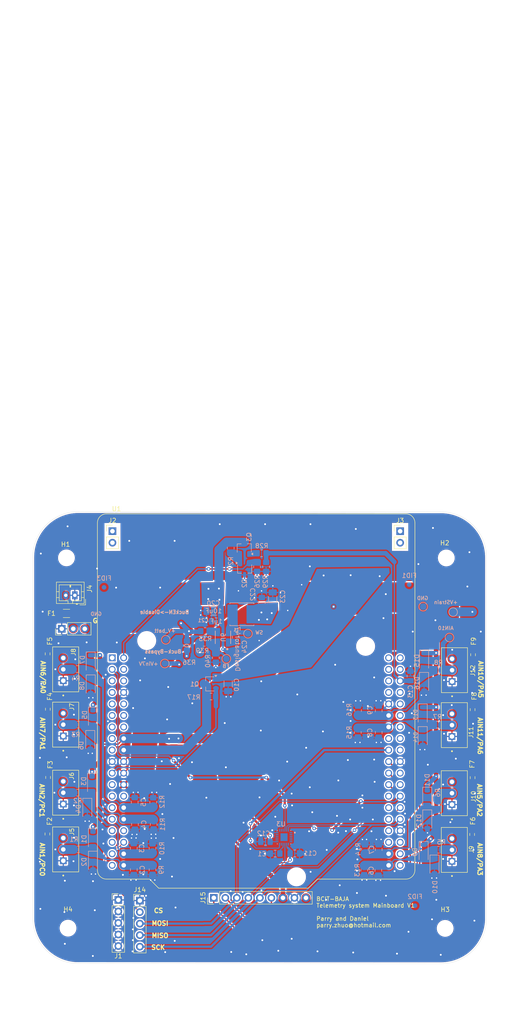
<source format=kicad_pcb>
(kicad_pcb (version 20241229) (generator "pcbnew") (generator_version "9.0")
  (title_block (title "Telemetry System") (date "2025-05-19") (rev "A") (company "BCIT BAJA DATA AQUISITION") (comment 1 "Parry and Daniel"))
  (layers (0 "F.Cu" signal) (4 "In1.Cu" power) (6 "In2.Cu" power) (2 "B.Cu" signal) (13 "F.Paste" user) (15 "B.Paste" user) (5 "F.SilkS" user "F.Silkscreen") (7 "B.SilkS" user "B.Silkscreen") (1 "F.Mask" user) (3 "B.Mask" user) (25 "Edge.Cuts" user))
  (net 0 "")
  (net 1 "+3.3V")
  (net 2 "+5V")
  (net 3 "+V_batt")
  (net 4 "Net-(Q3-D)")
  (net 5 "/PB3{slash}JTDO-TRACESWO{slash}TIM2_CH2{slash}SPI1_SCK{slash}SPI3_SCK{slash}USART1_RTS_DE{slash}COMP2_INM")
  (net 6 "/PB13_SPI2_SCK")
  (net 7 "/PB14_SPI2_MISO")
  (net 8 "/PB15_SPI2_MOSI")
  (net 9 "GND")
  (net 10 "/PA13{slash}JTMS-SWDIO{slash}IR_OUT")
  (net 11 "/PA14{slash}JTCK-SWCLK")
  (net 12 "/Application/+StrainV")
  (net 13 "/BatteryV_Div_Enable_GPIO")
  (net 14 "/StrainV_Enable_GPIO")
  (net 15 "/ANT_IRQ0_GPIO")
  (net 16 "/ANT_RESET_ANT_GPIO")
  (net 17 "/ANT_CSCON_GPIO")
  (net 18 "Net-(Q2-D)")
  (net 19 "/PC14{slash}OSC32_IN")
  (net 20 "/IOREF")
  (net 21 "/E5V_NUCLEO")
  (net 22 "/PH1{slash}OSC_OUT")
  (net 23 "/AVDD_NUCLEO")
  (net 24 "/PC13{slash}RTC_TAMP1{slash}RTC_TS{slash}RTC_OUT{slash}WKUP2")
  (net 25 "/VBAT_PIN_NUCLEO")
  (net 26 "/Application/OpAmpOutput1")
  (net 27 "/Application/OpAmpOutput2")
  (net 28 "/Application/OpAmpOutput3")
  (net 29 "/Application/OpAmpOutput4")
  (net 30 "/Application/OpAmpOutput5")
  (net 31 "/Application/OpAmpOutput6")
  (net 32 "/Application/OpAmpOutput7")
  (net 33 "/Application/OpAmpOutput8")
  (net 35 "/PH0{slash}OSC_IN")
  (net 36 "/PC15{slash}OSC32_OUT")
  (net 37 "/~{RESET}")
  (net 38 "/AIN1_1")
  (net 39 "/AIN1_6")
  (net 40 "/AIN1_10")
  (net 41 "/AIN1_5")
  (net 42 "/AIN1_8")
  (net 43 "/AIN1_11")
  (net 44 "/AIN1_2")
  (net 45 "/AIN1_7")
  (net 46 "/VDD_NUCLEO")
  (net 47 "/PC5_AIN2_14_BATT_V")
  (net 48 "Net-(J5-Pin_3)")
  (net 49 "Net-(J6-Pin_3)")
  (net 50 "Net-(J7-Pin_3)")
  (net 51 "Net-(J8-Pin_3)")
  (net 52 "Net-(J9-Pin_3)")
  (net 53 "Net-(J10-Pin_3)")
  (net 54 "Net-(J11-Pin_3)")
  (net 55 "Net-(J12-Pin_3)")
  (net 81 "/~{CANBUS_CS_GPIO}")
  (net 82 "Net-(BT1-+)")
  (net 87 "Net-(U3-REGOUT)")
  (net 94 "/MPU_INT1_GPIO")
  (net 95 "/MPU_CS_GPIO")
  (net 96 "+Vin_7V")
  (net 97 "Net-(U6-CB)")
  (net 98 "/BuckSW")
  (net 99 "/BuckEnable")
  (net 100 "/BuckFB")
  (net 103 "Net-(F1-Pad1)")
  (footprint "JST_3PIN:JST_B3B-XH-A" (layer "F.Cu") (at 118.255 117.18 -90)
    (property "Reference" "J5")
    (property "Value" "StrainConn")
  )
  (footprint "JST_3PIN:JST_B3B-XH-A" (layer "F.Cu") (at 118.255 104.68 -90)
    (property "Reference" "J6")
    (property "Value" "StrainConn")
  )
  (footprint "Connector_PinHeader_2.54mm:PinHeader_1x09_P2.54mm_Vertical" (layer "F.Cu") (at 150.92 127.85 90)
    (property "Reference" "J15")
    (property "Value" "Conn_01x09")
  )
  (footprint "Resistor_SMD:R_0603_1608Metric_Pad0.98x0.95mm_HandSolder" (layer "F.Cu") (at 207.98 101.3675 -90)
    (property "Reference" "F7")
    (property "Value" "Polyfuse_Small" (hide yes))
  )
  (footprint "Resistor_SMD:R_0603_1608Metric_Pad0.98x0.95mm_HandSolder" (layer "F.Cu") (at 207.98 86.38 -90)
    (property "Reference" "F8")
    (property "Value" "Polyfuse_Small" (hide yes))
  )
  (footprint "JST_3PIN:JST_B3B-XH-A" (layer "F.Cu") (at 203.98 77.68 -90)
    (property "Reference" "J12")
    (property "Value" "StrainConn")
  )
  (footprint "Connector_PinHeader_2.54mm:PinHeader_1x02_P2.54mm_Vertical" (layer "F.Cu") (at 128.5716 47.0464)
    (property "Reference" "J2")
    (property "Value" "Conn_01x02")
  )
  (footprint "MountingHole:MountingHole_3.2mm_M3" (layer "F.Cu") (at 202.18 52.95 90)
    (property "Reference" "H2")
    (property "Value" "MountingHole")
  )
  (footprint "Connector_PinHeader_2.54mm:PinHeader_1x05_P2.54mm_Vertical" (layer "F.Cu") (at 134.61 128.45)
    (property "Reference" "J14")
    (property "Value" "Conn_01x05")
  )
  (footprint "Connector_JST:JST_PH_B2B-PH-K_1x02_P2.00mm_Vertical" (layer "F.Cu") (at 120.28 61.18 180)
    (property "Reference" "J4")
    (property "Value" "Battery connector")
  )
  (footprint "JST_3PIN:JST_B3B-XH-A" (layer "F.Cu") (at 118.255 89.68 -90)
    (property "Reference" "J7")
    (property "Value" "StrainConn")
  )
  (footprint "MountingHole:MountingHole_3.2mm_M3" (layer "F.Cu") (at 118.43 52.93 -90)
    (property "Reference" "H1")
    (property "Value" "MountingHole")
  )
  (footprint "NUCLEO-L476RG:MODULE_NUCLEO-L476RG" (layer "F.Cu") (at 160.26 84.47)
    (property "Reference" "U1")
    (property "Value" "NUCLEO-L476RG")
  )
  (footprint "MountingHole:MountingHole_3.2mm_M3" (layer "F.Cu") (at 201.93 134.58)
    (property "Reference" "H3")
    (property "Value" "MountingHole")
  )
  (footprint "JST_3PIN:JST_B3B-XH-A" (layer "F.Cu") (at 118.255 77.497 -90)
    (property "Reference" "J8")
    (property "Value" "StrainConn")
  )
  (footprint "Resistor_SMD:R_0603_1608Metric_Pad0.98x0.95mm_HandSolder" (layer "F.Cu") (at 114.23 113.78 -90)
    (property "Reference" "F2")
    (property "Value" "Polyfuse_Small" (hide yes))
  )
  (footprint "Connector_PinHeader_2.54mm:PinHeader_1x03_P2.54mm_Vertical" (layer "F.Cu") (at 117.39 68.56 90)
    (property "Reference" "SW1" (hide yes))
    (property "Value" "ON/OFF_SW_SPST_LED")
  )
  (footprint "Resistor_SMD:R_0603_1608Metric_Pad0.98x0.95mm_HandSolder" (layer "F.Cu") (at 208.08 74.28 -90)
    (property "Reference" "F9")
    (property "Value" "Polyfuse_Small" (hide yes))
  )
  (footprint "Resistor_SMD:R_0603_1608Metric_Pad0.98x0.95mm_HandSolder" (layer "F.Cu") (at 114.38 101.3175 -90)
    (property "Reference" "F3")
    (property "Value" "Polyfuse_Small" (hide yes))
  )
  (footprint "Resistor_SMD:R_0603_1608Metric_Pad0.98x0.95mm_HandSolder" (layer "F.Cu") (at 114.28 74.08 -90)
    (property "Reference" "F5")
    (property "Value" "Polyfuse_Small" (hide yes))
  )
  (footprint "JST_3PIN:JST_B3B-XH-A" (layer "F.Cu") (at 203.955 104.788 -90)
    (property "Reference" "J10")
    (property "Value" "StrainConn")
  )
  (footprint "JST_3PIN:JST_B3B-XH-A" (layer "F.Cu") (at 203.955 117.288 -90)
    (property "Reference" "J9")
    (property "Value" "StrainConn")
  )
  (footprint "Resistor_SMD:R_1206_3216Metric_Pad1.30x1.75mm_HandSolder" (layer "F.Cu") (at 118.44 65.17 180)
    (property "Reference" "F1")
    (property "Value" "Polyfuse")
  )
  (footprint "Connector_PinHeader_2.54mm:PinHeader_1x02_P2.54mm_Vertical" (layer "F.Cu") (at 192.005 47.055)
    (property "Reference" "J3")
    (property "Value" "Conn_01x02")
  )
  (footprint "Resistor_SMD:R_0603_1608Metric_Pad0.98x0.95mm_HandSolder" (layer "F.Cu") (at 207.88 113.88 -90)
    (property "Reference" "F6")
    (property "Value" "Polyfuse_Small" (hide yes))
  )
  (footprint "Connector_PinHeader_2.54mm:PinHeader_1x05_P2.54mm_Vertical" (layer "F.Cu") (at 129.87 128.31)
    (property "Reference" "J1")
    (property "Value" "Conn_01x05")
  )
  (footprint "MountingHole:MountingHole_3.2mm_M3" (layer "F.Cu") (at 118.78 134.53)
    (property "Reference" "H4")
    (property "Value" "MountingHole")
  )
  (footprint "Resistor_SMD:R_0603_1608Metric_Pad0.98x0.95mm_HandSolder" (layer "F.Cu") (at 114.33 86.28 -90)
    (property "Reference" "F4")
    (property "Value" "Polyfuse_Small" (hide yes))
  )
  (footprint "JST_3PIN:JST_B3B-XH-A" (layer "F.Cu") (at 203.955 89.788 -90)
    (property "Reference" "J11")
    (property "Value" "StrainConn")
  )
  (footprint "Fiducial:Fiducial_1mm_Mask2mm" (layer "B.Cu") (at 126.72 59.43 180)
    (property "Reference" "FID3")
    (property "Value" "Fiducial")
  )
  (footprint "TestPoint:TestPoint_Pad_D1.5mm" (layer "B.Cu") (at 140.11 76.21 180)
    (property "Reference" "TP1" (hide yes))
    (property "Value" "TestPoint")
  )
  (footprint "Resistor_SMD:R_0805_2012Metric_Pad1.20x1.40mm_HandSolder" (layer "B.Cu") (at 200.48 77.68 180)
    (property "Reference" "R8")
    (property "Value" "1.6K +-1%")
  )
  (footprint "Package_TO_SOT_SMD:TSOT-23" (layer "B.Cu") (at 157.655 50.785 90)
    (property "Reference" "Q3")
    (property "Value" "PMOS")
  )
  (footprint "Resistor_SMD:R_0805_2012Metric_Pad1.20x1.40mm_HandSolder" (layer "B.Cu") (at 200.23 89.68 180)
    (property "Reference" "R7")
    (property "Value" "1.6K +-1%")
  )
  (footprint "Capacitor_SMD:C_0805_2012Metric_Pad1.18x1.45mm_HandSolder" (layer "B.Cu") (at 187.28 91.4175 -90)
    (property "Reference" "C8")
    (property "Value" "10nF")
  )
  (footprint "Capacitor_SMD:C_0805_2012Metric_Pad1.18x1.45mm_HandSolder" (layer "B.Cu") (at 168.78 118.055)
    (property "Reference" "C11")
    (property "Value" "0.1uF")
  )
  (footprint "Capacitor_SMD:C_0805_2012Metric_Pad1.18x1.45mm_HandSolder" (layer "B.Cu") (at 187.28 86.6175 90)
    (property "Reference" "C9")
    (property "Value" "10nF")
  )
  (footprint "Diode_SMD:D_SOD-123" (layer "B.Cu") (at 124.28 114.93 -90)
    (property "Reference" "D1")
    (property "Value" "D_Schottky_Small")
  )
  (footprint "Capacitor_SMD:C_0805_2012Metric_Pad1.18x1.45mm_HandSolder" (layer "B.Cu") (at 164.4425 118.08 180)
    (property "Reference" "C1")
    (property "Value" "0.1uF")
  )
  (footprint "Diode_SMD:D_SOD-123" (layer "B.Cu") (at 197.98 110.83 -90)
    (property "Reference" "D12")
    (property "Value" "D_Schottky_Small")
  )
  (footprint "Fiducial:Fiducial_1mm_Mask2mm" (layer "B.Cu") (at 195.28 129.58 180)
    (property "Reference" "FID2")
    (property "Value" "Fiducial")
  )
  (footprint "Diode_SMD:D_SOD-123" (layer "B.Cu") (at 199.58 120.78 -90)
    (property "Reference" "D10")
    (property "Value" "D_Schottky_Small")
  )
  (footprint "Resistor_SMD:R_0805_2012Metric_Pad1.20x1.40mm_HandSolder" (layer "B.Cu") (at 144.98 72.255 -90)
    (property "Reference" "R36")
    (property "Value" "0")
  )
  (footprint "Diode_SMD:D_SOD-123" (layer "B.Cu") (at 197.98 105.83 -90)
    (property "Reference" "D11")
    (property "Value" "D_Schottky_Small")
  )
  (footprint "Diode_SMD:D_SOD-123" (layer "B.Cu") (at 124.28 119.93 -90)
    (property "Reference" "D2")
    (property "Value" "D_Schottky_Small")
  )
  (footprint "Capacitor_SMD:C_0805_2012Metric_Pad1.18x1.45mm_HandSolder" (layer "B.Cu") (at 151.4525 66.91 180)
    (property "Reference" "C21")
    (property "Value" "1uF")
  )
  (footprint "Diode_SMD:D_SOD-123" (layer "B.Cu") (at 123.68 93.33 -90)
    (property "Reference" "D6")
    (property "Value" "D_Schottky_Small")
  )
  (footprint "Resistor_SMD:R_0805_2012Metric_Pad1.20x1.40mm_HandSolder" (layer "B.Cu") (at 151.37 74.93 90)
    (property "Reference" "R40")
    (property "Value" "10K +-1%" (hide yes))
  )
  (footprint "Resistor_SMD:R_0805_2012Metric_Pad1.20x1.40mm_HandSolder" (layer "B.Cu") (at 200.29 107.31 -90)
    (property "Reference" "R6")
    (property "Value" "1.6K +-1%")
  )
  (footprint "LMR51603XFDBVR:DBV0006A-MFG-IPC_A" (layer "B.Cu") (at 152.94 70.435148 90)
    (property "Reference" "U6")
    (property "Value" "LMR51603XFDBVR")
  )
  (footprint "Package_TO_SOT_SMD:TSOT-23" (layer "B.Cu") (at 157.705 55.345 -90)
    (property "Reference" "Q2")
    (property "Value" "NMOS")
  )
  (footprint "Capacitor_SMD:C_0805_2012Metric_Pad1.18x1.45mm_HandSolder" (layer "B.Cu") (at 133.28 121.68 -90)
    (property "Reference" "C2")
    (property "Value" "10nF")
  )
  (footprint "Resistor_SMD:R_0805_2012Metric_Pad1.20x1.40mm_HandSolder" (layer "B.Cu") (at 148.805 71.655 180)
    (property "Reference" "R39")
    (property "Value" "76.8K+- 1%" (hide yes))
  )
  (footprint "TestPoint:TestPoint_Pad_D1.5mm" (layer "B.Cu") (at 197.08 63.68 180)
    (property "Reference" "TP8" (hide yes))
    (property "Value" "TestPoint")
  )
  (footprint "Diode_SMD:D_SOD-123" (layer "B.Cu") (at 123.78 81.08 -90)
    (property "Reference" "D8")
    (property "Value" "D_Schottky_Small")
  )
  (footprint "Resistor_SMD:R_0805_2012Metric_Pad1.20x1.40mm_HandSolder" (layer "B.Cu") (at 137.56 106.78 90)
    (property "Reference" "R12")
    (property "Value" "1M +-1%")
  )
  (footprint "Resistor_SMD:R_0805_2012Metric_Pad1.20x1.40mm_HandSolder" (layer "B.Cu") (at 154.655 50.785 90)
    (property "Reference" "R27")
    (property "Value" "10K +-1%")
  )
  (footprint "Resistor_SMD:R_0805_2012Metric_Pad1.20x1.40mm_HandSolder" (layer "B.Cu") (at 120.905 104.68)
    (property "Reference" "R2")
    (property "Value" "1.6K +-1%")
  )
  (footprint "Resistor_SMD:R_0805_2012Metric_Pad1.20x1.40mm_HandSolder" (layer "B.Cu") (at 184.09 121.76 -90)
    (property "Reference" "R13")
    (property "Value" "1M +-1%")
  )
  (footprint "Fiducial:Fiducial_1mm_Mask2mm" (layer "B.Cu") (at 194.005 58.83 180)
    (property "Reference" "FID1")
    (property "Value" "Fiducial")
  )
  (footprint "Diode_SMD:D_SOD-123" (layer "B.Cu") (at 197.28 75.58 -90)
    (property "Reference" "D15")
    (property "Value" "D_Schottky_Small")
  )
  (footprint "Resistor_SMD:R_0805_2012Metric_Pad1.20x1.40mm_HandSolder" (layer "B.Cu") (at 137.66 111.68 -90)
    (property "Reference" "R11")
    (property "Value" "1M +-1%")
  )
  (footprint "Capacitor_SMD:C_0805_2012Metric_Pad1.18x1.45mm_HandSolder" (layer "B.Cu") (at 133.53 111.68 -90)
    (property "Reference" "C4")
    (property "Value" "10nF")
  )
  (footprint "Resistor_SMD:R_0805_2012Metric_Pad1.20x1.40mm_HandSolder" (layer "B.Cu") (at 200.48 117.252 180)
    (property "Reference" "R5")
    (property "Value" "1.6K +-1%")
  )
  (footprint "Capacitor_SMD:C_0805_2012Metric_Pad1.18x1.45mm_HandSolder" (layer "B.Cu") (at 155.76 70.4 90)
    (property "Reference" "C24")
    (property "Value" "0.1uF")
  )
  (footprint "Diode_SMD:D_SOD-123" (layer "B.Cu") (at 197.18 117.78 -90)
    (property "Reference" "D9")
    (property "Value" "D_Schottky_Small")
  )
  (footprint "Resistor_SMD:R_0805_2012Metric_Pad1.20x1.40mm_HandSolder" (layer "B.Cu") (at 120.78 77.43)
    (property "Reference" "R4")
    (property "Value" "1.6K +-1%")
  )
  (footprint "Resistor_SMD:R_0805_2012Metric_Pad1.20x1.40mm_HandSolder" (layer "B.Cu") (at 184.24 117.16 90)
    (property "Reference" "R14")
    (property "Value" "1M +-1%")
  )
  (footprint "Resistor_SMD:R_0805_2012Metric_Pad1.20x1.40mm_HandSolder" (layer "B.Cu") (at 160.455 54.905 90)
    (property "Reference" "R26")
    (property "Value" "10K +-1%")
  )
  (footprint "Package_TO_SOT_SMD:TSOT-23" (layer "B.Cu") (at 150.08 80.68 180)
    (property "Reference" "Q1")
    (property "Value" "PMOS")
  )
  (footprint "TestPoint:TestPoint_Pad_D1.5mm" (layer "B.Cu") (at 158.45 69.64 180)
    (property "Reference" "TP2" (hide yes))
    (property "Value" "TestPoint")
  )
  (footprint "Capacitor_SMD:C_1206_3216Metric_Pad1.33x1.80mm_HandSolder" (layer "B.Cu") (at 154.08 80.73 -90)
    (property "Reference" "C10")
    (property "Value" "100uF")
  )
  (footprint "Capacitor_SMD:C_0805_2012Metric_Pad1.18x1.45mm_HandSolder" (layer "B.Cu") (at 162.305 115.48 180)
    (property "Reference" "C12")
    (property "Value" "0.1uF")
  )
  (footprint "Capacitor_SMD:C_0805_2012Metric_Pad1.18x1.45mm_HandSolder" (layer "B.Cu") (at 194.28 78.9675 90)
    (property "Reference" "C13")
    (property "Value" "0.1uF")
  )
  (footprint "Diode_SMD:D_SOD-123" (layer "B.Cu") (at 196.98 92.48 -90)
    (property "Reference" "D14")
    (property "Value" "D_Schottky_Small")
  )
  (footprint "Capacitor_SMD:C_0805_2012Metric_Pad1.18x1.45mm_HandSolder" (layer "B.Cu") (at 187.28 117.18 90)
    (property "Reference" "C7")
    (property "Value" "10nF")
  )
  (footprint "VLS5045EX_151M_H:IND_VLS5045EX-151M-H" (layer "B.Cu") (at 157.11 65.36)
    (property "Reference" "L1")
    (property "Value" "150uH")
  )
  (footprint "Resistor_SMD:R_0805_2012Metric_Pad1.20x1.40mm_HandSolder" (layer "B.Cu") (at 182.67 91.4175 -90)
    (property "Reference" "R15")
    (property "Value" "1M +-1%")
  )
  (footprint "Diode_SMD:D_SOD-123" (layer "B.Cu") (at 124.28 88.18 -90)
    (property "Reference" "D5")
    (property "Value" "D_Schottky_Small")
  )
  (footprint "TestPoint:TestPoint_Pad_D1.5mm" (layer "B.Cu") (at 140.33 70.98 180)
    (property "Reference" "TP4" (hide yes))
    (property "Value" "TestPoint")
  )
  (footprint "Capacitor_SMD:C_0805_2012Metric_Pad1.18x1.45mm_HandSolder" (layer "B.Cu") (at 133.48 106.78 90)
    (property "Reference" "C5")
    (property "Value" "10nF")
  )
  (footprint "Capacitor_SMD:C_1206_3216Metric_Pad1.33x1.80mm_HandSolder" (layer "B.Cu") (at 150.8675 64.63 180)
    (property "Reference" "C20")
    (property "Value" "10uF")
  )
  (footprint "Resistor_SMD:R_0805_2012Metric_Pad1.20x1.40mm_HandSolder" (layer "B.Cu") (at 162.455 54.905 90)
    (property "Reference" "R29")
    (property "Value" "5K +-1%")
  )
  (footprint "Capacitor_SMD:C_0805_2012Metric_Pad1.18x1.45mm_HandSolder" (layer "B.Cu") (at 187.19 121.7925 -90)
    (property "Reference" "C6")
    (property "Value" "10nF")
  )
  (footprint "Diode_SMD:D_SOD-123" (layer "B.Cu") (at 123.78 76.03 -90)
    (property "Reference" "D7")
    (property "Value" "D_Schottky_Small")
  )
  (footprint "Resistor_SMD:R_0805_2012Metric_Pad1.20x1.40mm_HandSolder" (layer "B.Cu") (at 121.03 89.68)
    (property "Reference" "R3")
    (property "Value" "1.6K +-1%")
  )
  (footprint "Resistor_SMD:R_0805_2012Metric_Pad1.20x1.40mm_HandSolder" (layer "B.Cu") (at 137.41 116.93 90)
    (property "Reference" "R10")
    (property "Value" "1M +-1%")
  )
  (footprint "Resistor_SMD:R_0805_2012Metric_Pad1.20x1.40mm_HandSolder" (layer "B.Cu") (at 121.03 117.18)
    (property "Reference" "R1")
    (property "Value" "1.6K +-1%")
  )
  (footprint "MPU-6500:QFN40P300X300X95-25N" (layer "B.Cu") (at 166.3975 114.48 180)
    (property "Reference" "U3")
    (property "Value" "MPU-6500")
  )
  (footprint "Resistor_SMD:R_0805_2012Metric_Pad1.20x1.40mm_HandSolder" (layer "B.Cu") (at 137.41 121.68 -90)
    (property "Reference" "R9")
    (property "Value" "1M +-1%")
  )
  (footprint "TestPoint:TestPoint_Pad_D1.5mm" (layer "B.Cu") (at 153.69 75.18 180)
    (property "Reference" "TP3" (hide yes))
    (property "Value" "TestPoint")
  )
  (footprint "Resistor_SMD:R_0805_2012Metric_Pad1.20x1.40mm_HandSolder" (layer "B.Cu") (at 182.72 86.58 90)
    (property "Reference" "R16")
    (property "Value" "1M +-1%")
  )
  (footprint "Resistor_SMD:R_0805_2012Metric_Pad1.20x1.40mm_HandSolder" (layer "B.Cu") (at 149.03 69.08)
    (property "Reference" "R33")
    (property "Value" "0")
  )
  (footprint "Diode_SMD:D_SOD-123" (layer "B.Cu") (at 197.28 80.53 -90)
    (property "Reference" "D16")
    (property "Value" "D_Schottky_Small")
  )
  (footprint "TestPoint:TestPoint_Pad_D1.5mm" (layer "B.Cu") (at 203.68 64.88 180)
    (property "Reference" "TP10" (hide yes))
    (property "Value" "TestPoint")
  )
  (footprint "Capacitor_SMD:C_1206_3216Metric_Pad1.33x1.80mm_HandSolder" (layer "B.Cu") (at 163.91 62.1075 90)
    (property "Reference" "C23")
    (property "Value" "10uF")
  )
  (footprint "Capacitor_SMD:C_0805_2012Metric_Pad1.18x1.45mm_HandSolder" (layer "B.Cu") (at 133.28 116.93 90)
    (property "Reference" "C3")
    (property "Value" "10nF")
  )
  (footprint "Diode_SMD:D_SOD-123" (layer "B.Cu") (at 196.98 87.48 -90)
    (property "Reference" "D13")
    (property "Value" "D_Schottky_Small")
  )
  (footprint "Resistor_SMD:R_0805_2012Metric_Pad1.20x1.40mm_HandSolder" (layer "B.Cu") (at 161.455 51.905 180)
    (property "Reference" "R28")
    (property "Value" "15K +-1%")
  )
  (footprint "Resistor_SMD:R_0805_2012Metric_Pad1.20x1.40mm_HandSolder" (layer "B.Cu") (at 150.33 83.48 180)
    (property "Reference" "R17")
    (property "Value" "10K +-1%")
  )
  (footprint "Diode_SMD:D_SOD-123" (layer "B.Cu") (at 123.03 108.28 -90)
    (property "Reference" "D4")
    (property "Value" "D_Schottky_Small")
  )
  (footprint "TestPoint:TestPoint_Pad_D1.5mm" (layer "B.Cu") (at 202.88 70.48 180)
    (property "Reference" "TP9" (hide yes))
    (property "Value" "TestPoint")
  )
  (footprint "Diode_SMD:D_SOD-123" (layer "B.Cu") (at 124.08 102.78 -90)
    (property "Reference" "D3")
    (property "Value" "D_Schottky_Small")
  )
  (footprint "Capacitor_SMD:C_0805_2012Metric_Pad1.18x1.45mm_HandSolder" (layer "B.Cu") (at 161.51 62.71 90)
    (property "Reference" "C22")
    (property "Value" "1uF")
  )
  (gr_line (start 211.022677 52.979228) (end 211.00916 132.830231) (stroke (width 0.05)) (layer "Edge.Cuts"))
  (gr_arc (start 211.00916 132.83024) (mid 207.911226 139.582795) (end 201.01253 142.34) (stroke (width 0.05)) (layer "Edge.Cuts"))
  (gr_arc (start 200.87 42.804184) (mid 208.099379 45.743369) (end 211.022616 52.979228) (stroke (width 0.05)) (layer "Edge.Cuts"))
  (gr_line (start 121.204781 42.756568) (end 200.87 42.803432) (stroke (width 0.05)) (layer "Edge.Cuts"))
  (gr_arc (start 121.240078 142.314076) (mid 114.156223 139.564156) (end 111.04302 132.63227) (stroke (width 0.05)) (layer "Edge.Cuts"))
  (gr_line (start 111.030001 52.909275) (end 111.04302 132.63227) (stroke (width 0.05)) (layer "Edge.Cuts"))
  (gr_arc (start 111.030001 52.909183) (mid 113.969183 45.67979) (end 121.205044 42.756569) (stroke (width 0.05)) (layer "Edge.Cuts"))
  (gr_line (start 121.23998 142.31) (end 201.01253 142.34) (stroke (width 0.05)) (layer "Edge.Cuts"))
  (gr_text "\n" (at 196.405 48.23 0) (layer "F.Cu") (effects (font (size 1.27 1.27))))
  (gr_text "SCK" (at 137 139.36 0) (layer "F.SilkS") (effects (font (size 1 1) (thickness 0.25) (bold yes)) (justify left bottom)))
  (gr_text "AIN2/PC1" (at 112.43 102.58 -90) (layer "F.SilkS") (effects (font (size 1 1) (thickness 0.25) (bold yes)) (justify left bottom)))
  (gr_text "G" (at 124.08 67.38 0) (layer "F.SilkS") (effects (font (size 1 1) (thickness 0.25) (bold yes)) (justify left bottom)))
  (gr_text "BCIT-BAJA\nTelemetry system Mainboard V1\n\nParry and Daniel\nparry.zhuo@hotmail.com" (at 173.45 134.41 0) (layer "F.SilkS") (effects (font (size 0.9 0.9) (thickness 0.15) (bold yes)) (justify left bottom)))
  (gr_text "CS\n" (at 137.585 131.26 0) (layer "F.SilkS") (effects (font (size 1 1) (thickness 0.25) (bold yes)) (justify left bottom)))
  (gr_text "MOSI\n" (at 137.1 134.06 0) (layer "F.SilkS") (effects (font (size 1 1) (thickness 0.25) (bold yes)) (justify left bottom)))
  (gr_text "AIN1/PC0" (at 112.505 115.555 -90) (layer "F.SilkS") (effects (font (size 1 1) (thickness 0.25) (bold yes)) (justify left bottom)))
  (gr_text "AIN6/PA0" (at 112.68 75.455 -90) (layer "F.SilkS") (effects (font (size 1 1) (thickness 0.25) (bold yes)) (justify left bottom)))
  (gr_text "AIN8/PA3" (at 209.005 115.555 270) (layer "F.SilkS") (effects (font (size 1 1) (thickness 0.25) (bold yes)) (justify left bottom)))
  (gr_text "AIN5/PA2" (at 208.93 102.58 270) (layer "F.SilkS") (effects (font (size 1 1) (thickness 0.25) (bold yes)) (justify left bottom)))
  (gr_text "AIN11/PA6" (at 209.055 87.93 270) (layer "F.SilkS") (effects (font (size 1 1) (thickness 0.25) (bold yes)) (justify left bottom)))
  (gr_text "AIN10/PA5" (at 209.18 75.455 270) (layer "F.SilkS") (effects (font (size 1 1) (thickness 0.25) (bold yes)) (justify left bottom)))
  (gr_text "MISO\n" (at 137.1 136.76 0) (layer "F.SilkS") (effects (font (size 1 1) (thickness 0.25) (bold yes)) (justify left bottom)))
  (gr_text "AIN7/PA1" (at 112.555 87.93 -90) (layer "F.SilkS") (effects (font (size 1 1) (thickness 0.25) (bold yes)) (justify left bottom)))
  (gr_text "GND" (at 126.29 65.76 0) (layer "B.SilkS") (effects (font (size 0.8 0.8) (thickness 0.15) (bold yes)) (justify left bottom mirror)))
  (gr_text "Buck-Bypass\n" (at 143.85 74.04 0) (layer "B.SilkS") (effects (font (size 0.8 0.8) (thickness 0.2) (bold yes)) (justify left bottom mirror)))
  (gr_text "AIN10" (at 203.88 68.88 0) (layer "B.SilkS") (effects (font (size 0.8 0.8) (thickness 0.15) (bold yes)) (justify left bottom mirror)))
  (gr_text "BuckEN->Disable" (at 145.56 65.35 0) (layer "B.SilkS") (effects (font (size 0.8 0.8) (thickness 0.2) (bold yes)) (justify left bottom mirror)))
  (gr_text "FB\n" (at 154.45 77.24 0) (layer "B.SilkS") (effects (font (size 0.8 0.8) (thickness 0.15) (bold yes)) (justify left bottom mirror)))
  (gr_text "+V_batt" (at 142.59 69.46 0) (layer "B.SilkS") (effects (font (size 0.8 0.8) (thickness 0.15) (bold yes)) (justify left bottom mirror)))
  (gr_text "GND" (at 198.28 62.28 0) (layer "B.SilkS") (effects (font (size 0.8 0.8) (thickness 0.15) (bold yes)) (justify left bottom mirror)))
  (gr_text "SW\n" (at 161.86 69.85 0) (layer "B.SilkS") (effects (font (size 0.8 0.8) (thickness 0.15) (bold yes)) (justify left bottom mirror)))
  (gr_text "+VStrain\n" (at 204.78 63.18 0) (layer "B.SilkS") (effects (font (size 0.8 0.8) (thickness 0.15) (bold yes)) (justify left bottom mirror)))
  (gr_text "+Vin7V" (at 138.74 76.75 0) (layer "B.SilkS") (effects (font (size 0.8 0.8) (thickness 0.15) (bold yes)) (justify left bottom mirror)))
  (segment (start 160.66 120.09) (end 160.39 120.09) (width 0.5) (layer "F.Cu") (net 1))
  (segment (start 160.39 120.09) (end 153.3925 113.0925) (width 0.5) (layer "F.Cu") (net 1))
  (segment (start 141.105 92.73) (end 141.055 92.78) (width 2) (layer "F.Cu") (net 1))
  (segment (start 154.13 104.805) (end 153.3925 105.5425) (width 0.2) (layer "F.Cu") (net 1))
  (segment (start 171.24 128.95) (end 171.24 127.85) (width 2) (layer "F.Cu") (net 1))
  (segment (start 124.33 112.18) (end 125.83 110.68) (width 1) (layer "F.Cu") (net 1))
  (segment (start 143.18 92.78) (end 153.505 92.78) (width 2) (layer "F.Cu") (net 1))
  (segment (start 198.73 114.88) (end 199.93 113.68) (width 1) (layer "F.Cu") (net 1))
  (segment (start 143.13 92.73) (end 141.105 92.73) (width 2) (layer "F.Cu") (net 1))
  (segment (start 199.93 76.18) (end 199.93 73.88) (width 1) (layer "F.Cu") (net 1))
  (segment (start 199.93 73.88) (end 199.93 71.43) (width 1) (layer "F.Cu") (net 1))
  (segment (start 165.64 120.09) (end 160.66 120.09) (width 0.5) (layer "F.Cu") (net 1))
  (segment (start 124.08 99.48) (end 125.83 97.73) (width 1) (layer "F.Cu") (net 1))
  (segment (start 153.3925 113.0925) (end 153.3925 105.5425) (width 0.5) (layer "F.Cu") (net 1))
  (segment (start 125.83 93.98) (end 125.83 97.73) (width 1) (layer "F.Cu") (net 1))
  (segment (start 131.05 92.74) (end 131.05 92.76) (width 0.3) (layer "F.Cu") (net 1))
  (segment (start 199.93 69.98) (end 196.78 66.83) (width 1) (layer "F.Cu") (net 1))
  (segment (start 199.93 84.28) (end 199.93 76.18) (width 1) (layer "F.Cu") (net 1))
  (segment (start 169.7 130.49) (end 171.24 128.95) (width 2) (layer "F.Cu") (net 1))
  (segment (start 199.93 71.43) (end 199.93 69.98) (width 1) (layer "F.Cu") (net 1))
  (segment (start 157.505 108.305) (end 154.68 105.48) (width 0.5) (layer "F.Cu") (net 1))
  (segment (start 143.13 92.73) (end 143.18 92.78) (width 2) (layer "F.Cu") (net 1))
  (segment (start 163.33 114.13) (end 157.505 108.305) (width 0.5) (layer "F.Cu") (net 1))
  (segment (start 131.05 92.76) (end 129.83 93.98) (width 0.3) (layer "F.Cu") (net 1))
  (segment (start 199.93 85.83) (end 199.93 84.28) (width 1) (layer "F.Cu") (net 1))
  (segment (start 166.16 129.31) (end 167.34 130.49) (width 2) (layer "F.Cu") (net 1))
  (segment (start 125.83 74.38) (end 125.83 83.38) (width 1) (layer "F.Cu") (net 1))
  (segment (start 125.83 83.38) (end 125.83 93.98) (width 1) (layer "F.Cu") (net 1))
  (segment (start 199.93 113.68) (end 199.93 101.08) (width 1) (layer "F.Cu") (net 1))
  (segment (start 167.34 130.49) (end 169.7 130.49) (width 2) (layer "F.Cu") (net 1))
  (segment (start 199.93 101.08) (end 199.93 85.83) (width 1) (layer "F.Cu") (net 1))
  (segment (start 166.16 127.85) (end 166.16 129.31) (width 2) (layer "F.Cu") (net 1))
  (segment (start 124.08 100.08) (end 124.08 99.48) (width 1) (layer "F.Cu") (net 1))
  (segment (start 125.83 97.73) (end 125.83 110.68) (width 1) (layer "F.Cu") (net 1))
  (segment (start 166.16 125.59) (end 166.16 127.85) (width 1) (layer "F.Cu") (net 1))
  (segment (start 125.83 83.78) (end 125.83 83.38) (width 1) (layer "F.Cu") (net 1))
  (segment (start 167.095 120.09) (end 167.73 119.455) (width 0.2) (layer "F.Cu") (net 1))
  (segment (start 153.505 92.78) (end 153.605 92.68) (width 2) (layer "F.Cu") (net 1))
  (segment (start 124.28 85.33) (end 125.83 83.78) (width 1) (layer "F.Cu") (net 1))
  (segment (start 129.83 93.98) (end 125.83 93.98) (width 0.3) (layer "F.Cu") (net 1))
  (segment (start 154.68 105.48) (end 154.68 105.355) (width 0.2) (layer "F.Cu") (net 1))
  (segment (start 160.66 120.09) (end 166.16 125.59) (width 1) (layer "F.Cu") (net 1))
  (segment (start 165.64 120.09) (end 167.095 120.09) (width 0.2) (layer "F.Cu") (net 1))
  (segment (start 124.28 112.18) (end 124.33 112.18) (width 1) (layer "F.Cu") (net 1))
  (via (at 163.33 114.13) (size 0.8) (drill 0.4) (layers "F.Cu" "B.Cu") (net 1))
  (via (at 124.08 100.08) (size 0.8) (drill 0.4) (layers "F.Cu" "B.Cu") (net 1))
  (via (at 198.73 114.88) (size 0.8) (drill 0.4) (layers "F.Cu" "B.Cu") (net 1))
  (via (at 124.28 85.33) (size 0.8) (drill 0.4) (layers "F.Cu" "B.Cu") (net 1))
  (via (at 125.83 74.38) (size 0.8) (drill 0.4) (layers "F.Cu" "B.Cu") (net 1))
  (via (at 141.055 92.78) (size 0.8) (drill 0.4) (layers "F.Cu" "B.Cu") (net 1))
  (via (at 199.93 73.88) (size 0.8) (drill 0.4) (layers "F.Cu" "B.Cu") (net 1))
  (via (at 199.93 101.08) (size 0.7) (drill 0.3) (layers "F.Cu" "B.Cu") (net 1))
  (via (at 199.93 85.83) (size 0.8) (drill 0.4) (layers "F.Cu" "B.Cu") (net 1))
  (via (at 167.73 119.455) (size 0.8) (drill 0.4) (layers "F.Cu" "B.Cu") (net 1))
  (via (at 143.13 92.73) (size 0.8) (drill 0.4) (layers "F.Cu" "B.Cu") (net 1))
  (via (at 124.28 112.18) (size 0.8) (drill 0.4) (layers "F.Cu" "B.Cu") (net 1))
  (segment (start 167.7425 118.055) (end 167.7425 119.4425) (width 0.5) (layer "B.Cu") (net 1))
  (segment (start 197.98 103.03) (end 199.93 101.08) (width 1) (layer "B.Cu") (net 1))
  (segment (start 166.9975 116.025) (end 166.9975 116.5725) (width 0.2) (layer "B.Cu") (net 1))
  (segment (start 197.98 104.18) (end 197.98 103.03) (width 1) (layer "B.Cu") (net 1))
  (segment (start 199.88 73.93) (end 199.93 73.88) (width 1) (layer "B.Cu") (net 1))
  (segment (start 143.12 92.74) (end 143.13 92.73) (width 2) (layer "B.Cu") (net 1))
  (segment (start 197.18 116.13) (end 197.48 116.13) (width 1) (layer "B.Cu") (net 1))
  (segment (start 164.8525 115.48) (end 163.3425 115.48) (width 0.2) (layer "B.Cu") (net 1))
  (segment (start 123.78 74.38) (end 125.83 74.38) (width 1) (layer "B.Cu") (net 1))
  (segment (start 139.27 92.74) (end 143.12 92.74) (width 2) (layer "B.Cu") (net 1))
  (segment (start 197.48 116.13) (end 198.73 114.88) (width 1) (layer "B.Cu") (net 1))
  (segment (start 166.9975 116.5725) (end 167.205 116.78) (width 0.2) (layer "B.Cu") (net 1))
  (segment (start 124.08 101.13) (end 124.08 100.08) (width 1) (layer "B.Cu") (net 1))
  (segment (start 163.33 114.13) (end 163.3425 114.5925) (width 0.2) (layer "B.Cu") (net 1))
  (segment (start 124.28 86.53) (end 124.28 85.33) (width 1) (layer "B.Cu") (net 1))
  (segment (start 197.28 73.93) (end 199.88 73.93) (width 1) (layer "B.Cu") (net 1))
  (segment (start 167.7425 119.4425) (end 167.73 119.455) (width 0.5) (layer "B.Cu") (net 1))
  (segment (start 163.3425 114.5925) (end 163.3425 115.48) (width 0.2) (layer "B.Cu") (net 1))
  (segment (start 167.7425 118.055) (end 167.7425 117.3175) (width 0.5) (layer "B.Cu") (net 1))
  (segment (start 196.98 85.83) (end 199.93 85.83) (width 1) (layer "B.Cu") (net 1))
  (segment (start 124.28 113.28) (end 124.28 112.18) (width 1) (layer "B.Cu") (net 1))
  (segment (start 167.7425 117.3175) (end 167.205 116.78) (width 0.5) (layer "B.Cu") (net 1))
  (segment (start 131.05 92.74) (end 139.27 92.74) (width 2) (layer "B.Cu") (net 1))
  (segment (start 131.05 95.28) (end 144.405 95.28) (width 2) (layer "B.Cu") (net 2))
  (segment (start 149.33 81.24) (end 148.77 80.68) (width 2) (layer "B.Cu") (net 2))
  (segment (start 149.33 83.48) (end 149.33 81.24) (width 2) (layer "B.Cu") (net 2))
  (segment (start 144.405 95.28) (end 149.33 90.355) (width 2) (layer "B.Cu") (net 2))
  (segment (start 149.33 90.355) (end 149.33 83.48) (width 2) (layer "B.Cu") (net 2))
  (segment (start 125.89 67.34) (end 143.7 67.34) (width 2) (layer "F.Cu") (net 3))
  (segment (start 143.7 67.34) (end 145.45 69.09) (width 2) (layer "F.Cu") (net 3))
  (segment (start 124.65 68.58) (end 128.8 68.58) (width 2) (layer "F.Cu") (net 3))
  (segment (start 124.65 68.58) (end 125.295 67.935) (width 2) (layer "F.Cu") (net 3))
  (segment (start 124.67 68.56) (end 125.295 67.935) (width 2) (layer "F.Cu") (net 3))
  (segment (start 122.47 68.56) (end 124.67 68.56) (width 2) (layer "F.Cu") (net 3))
  (segment (start 125.295 67.935) (end 125.89 67.34) (width 2) (layer "F.Cu") (net 3))
  (via (at 143.7 67.34) (size 0.8) (drill 0.4) (layers "F.Cu" "B.Cu") (net 3))
  (via (at 152.16 62.15) (size 0.8) (drill 0.4) (layers "F.Cu" "B.Cu") (net 3))
  (via (at 149.74 59.75) (size 0.8) (drill 0.4) (layers "F.Cu" "B.Cu") (net 3))
  (via (at 145.45 69.09) (size 0.9) (drill 0.4) (layers "F.Cu" "B.Cu") (net 3))
  (via (at 149.69 62) (size 0.8) (drill 0.4) (layers "F.Cu" "B.Cu") (net 3))
  (via (at 152.05 59.7) (size 0.8) (drill 0.4) (layers "F.Cu" "B.Cu") (net 3))
  (segment (start 153.735 49.475) (end 157.655 49.475) (width 2) (layer "B.Cu") (net 3))
  (segment (start 146.18 69.2) (end 145.56 69.2) (width 1) (layer "B.Cu") (net 3))
  (segment (start 142.22 69.09) (end 140.33 70.98) (width 1) (layer "B.Cu") (net 3))
  (segment (start 145.45 69.09) (end 142.22 69.09) (width 1) (layer "B.Cu") (net 3))
  (segment (start 144.98 68.62) (end 144.56 68.2) (width 1) (layer "B.Cu") (net 3))
  (segment (start 152.05 59.7) (end 152.05 51.16) (width 2) (layer "B.Cu") (net 3))
  (segment (start 144.56 68.2) (end 143.7 67.34) (width 1) (layer "B.Cu") (net 3))
  (segment (start 148.14 69.2) (end 146.18 69.2) (width 1) (layer "B.Cu") (net 3))
  (segment (start 145.56 69.2) (end 144.56 68.2) (width 1) (layer "B.Cu") (net 3))
  (segment (start 144.98 71.255) (end 144.98 68.62) (width 1) (layer "B.Cu") (net 3))
  (segment (start 152.05 51.16) (end 153.735 49.475) (width 2) (layer "B.Cu") (net 3))
  (segment (start 145.56 69.2) (end 145.45 69.09) (width 1) (layer "B.Cu") (net 3))
  (segment (start 185.763821 111.78) (end 187.33 111.78) (width 0.3) (layer "B.Cu") (net 6))
  (segment (start 166.9975 112.935) (end 166.9975 112.1625) (width 0.2) (layer "B.Cu") (net 6))
  (segment (start 187.33 111.78) (end 182.75 111.78) (width 0.3) (layer "B.Cu") (net 6))
  (segment (start 190.75 111.78) (end 187.33 111.78) (width 0.3) (layer "B.Cu") (net 6))
  (segment (start 162.72 126.21) (end 171.333821 126.21) (width 0.3) (layer "B.Cu") (net 6))
  (segment (start 167.38 111.78) (end 176.61 111.78) (width 0.2) (layer "B.Cu") (net 6))
  (segment (start 192.01 110.52) (end 190.75 111.78) (width 0.3) (layer "B.Cu") (net 6))
  (segment (start 176.61 111.78) (end 176.981331 111.78) (width 0.2) (layer "B.Cu") (net 6))
  (segment (start 161.07 127.85) (end 161.08 127.85) (width 0.5) (layer "B.Cu") (net 6))
  (segment (start 171.333821 126.21) (end 185.763821 111.78) (width 0.3) (layer "B.Cu") (net 6))
  (segment (start 166.9975 112.1625) (end 167.38 111.78) (width 0.2) (layer "B.Cu") (net 6))
  (segment (start 182.75 111.78) (end 176.61 111.78) (width 0.3) (layer "B.Cu") (net 6))
  (segment (start 161.08 127.85) (end 162.72 126.21) (width 0.3) (layer "B.Cu") (net 6))
  (segment (start 134.61 138.61) (end 150.31 138.61) (width 0.5) (layer "B.Cu") (net 6))
  (segment (start 150.31 138.61) (end 161.07 127.85) (width 0.5) (layer "B.Cu") (net 6))
  (segment (start 190.7 109.29) (end 192.01 107.98) (width 0.2) (layer "F.Cu") (net 7))
  (segment (start 181.94 112.93) (end 185.58 109.29) (width 0.2) (layer "F.Cu") (net 7))
  (segment (start 185.58 109.29) (end 190.7 109.29) (width 0.2) (layer "F.Cu") (net 7))
  (via (at 181.94 112.93) (size 0.8) (drill 0.4) (layers "F.Cu" "B.Cu") (net 7))
  (segment (start 166.5975 119.7925) (end 163.995 122.395) (width 0.2) (layer "B.Cu") (net 7))
  (segment (start 165.39 121) (end 173.87 121) (width 0.2) (layer "B.Cu") (net 7))
  (segment (start 173.87 121) (end 181.94 112.93) (width 0.2) (layer "B.Cu") (net 7))
  (segment (start 163.995 122.395) (end 158.54 127.85) (width 0.2) (layer "B.Cu") (net 7))
  (segment (start 150.32 136.07) (end 134.61 136.07) (width 0.5) (layer "B.Cu") (net 7))
  (segment (start 158.54 127.85) (end 150.32 136.07) (width 0.5) (layer "B.Cu") (net 7))
  (segment (start 166.5975 116.025) (end 166.5975 119.7925) (width 0.2) (layer "B.Cu") (net 7))
  (segment (start 163.995 122.395) (end 165.39 121) (width 0.2) (layer "B.Cu") (net 7))
  (segment (start 177.98 111.955) (end 183.33 106.605) (width 0.5) (layer "F.Cu") (net 8))
  (segment (start 173.055 112.555) (end 177.38 112.555) (width 0.15) (layer "F.Cu") (net 8))
  (segment (start 183.33 106.605) (end 183.33 106.53) (width 0.5) (layer "F.Cu") (net 8))
  (segment (start 177.005 112.93) (end 177.98 111.955) (width 0.5) (layer "F.Cu") (net 8))
  (segment (start 177.38 112.555) (end 177.98 111.955) (width 0.15) (layer "F.Cu") (net 8))
  (via (at 173.055 112.555) (size 0.8) (drill 0.4) (layers "F.Cu" "B.Cu") (net 8))
  (via (at 183.33 106.53) (size 0.8) (drill 0.4) (layers "F.Cu" "B.Cu") (net 8))
  (via (at 177.005 112.93) (size 0.8) (drill 0.4) (layers "F.Cu" "B.Cu") (net 8))
  (segment (start 150.36 133.49) (end 156 127.85) (width 0.5) (layer "B.Cu") (net 8))
  (segment (start 156 127.85) (end 156 115.9) (width 0.2) (layer "B.Cu") (net 8))
  (segment (start 134.61 133.53) (end 148.67 133.53) (width 0.5) (layer "B.Cu") (net 8))
  (segment (start 167.3975 112.935) (end 167.3975 112.262284) (width 0.2) (layer "B.Cu") (net 8))
  (segment (start 148.71 133.49) (end 150.36 133.49) (width 0.5) (layer "B.Cu") (net 8))
  (segment (start 156 115.9) (end 165.37 106.53) (width 0.2) (layer "B.Cu") (net 8))
  (segment (start 183.48 106.68) (end 183.33 106.53) (width 0.3) (layer "B.Cu") (net 8))
  (segment (start 167.3975 112.262284) (end 167.526384 112.1334) (width 0.2) (layer "B.Cu") (net 8))
  (segment (start 148.67 133.53) (end 148.71 133.49) (width 0.5) (layer "B.Cu") (net 8))
  (segment (start 192.01 105.44) (end 190.77 106.68) (width 0.3) (layer "B.Cu") (net 8))
  (segment (start 190.77 106.68) (end 183.48 106.68) (width 0.3) (layer "B.Cu") (net 8))
  (segment (start 167.526384 112.1334) (end 172.6334 112.1334) (width 0.2) (layer "B.Cu") (net 8))
  (segment (start 165.37 106.53) (end 183.33 106.53) (width 0.2) (layer "B.Cu") (net 8))
  (segment (start 172.6334 112.1334) (end 173.055 112.555) (width 0.2) (layer "B.Cu") (net 8))
  (via (at 169.33 83.03) (size 0.9) (drill 0.4) (layers "F.Cu" "B.Cu") (net 9))
  (via (at 141.7 123.16) (size 0.9) (drill 0.4) (layers "F.Cu" "B.Cu") (net 9))
  (via (at 133.07 137.17) (size 0.9) (drill 0.4) (layers "F.Cu" "B.Cu") (net 9))
  (via (at 138.1 113.84) (size 0.7) (drill 0.3) (layers "F.Cu" "B.Cu") (net 9))
  (via (at 165.14 139.51) (size 0.9) (drill 0.4) (layers "F.Cu" "B.Cu") (net 9))
  (via (at 149.28 105.78) (size 0.9) (drill 0.4) (layers "F.Cu" "B.Cu") (net 9))
  (via (at 153.58 99.08) (size 0.9) (drill 0.4) (layers "F.Cu" "B.Cu") (net 9))
  (via (at 167.22 64.52) (size 0.7) (drill 0.3) (layers "F.Cu" "B.Cu") (net 9))
  (via (at 115.98 89.68) (size 0.9) (drill 0.4) (layers "F.Cu" "B.Cu") (net 9))
  (via (at 154.68 83.53) (size 0.7) (drill 0.3) (layers "F.Cu" "B.Cu") (net 9))
  (via (at 127.08 78.68) (size 0.9) (drill 0.4) (layers "F.Cu" "B.Cu") (net 9))
  (via (at 135.38 122.68) (size 0.9) (drill 0.4) (layers "F.Cu" "B.Cu") (net 9))
  (via (at 165.32 101.99) (size 0.9) (drill 0.4) (layers "F.Cu" "B.Cu") (net 9))
  (via (at 139.09 59.48) (size 0.9) (drill 0.4) (layers "F.Cu" "B.Cu") (net 9))
  (via (at 199 123.49) (size 0.7) (drill 0.3) (layers "F.Cu" "B.Cu") (net 9))
  (via (at 123.23 96.005) (size 0.7) (drill 0.3) (layers "F.Cu" "B.Cu") (net 9))
  (via (at 193.98 91.48) (size 0.9) (drill 0.4) (layers "F.Cu" "B.Cu") (net 9))
  (via (at 170.29 58.85) (size 0.7) (drill 0.3) (layers "F.Cu" "B.Cu") (net 9))
  (via (at 199.98 128.28) (size 0.9) (drill 0.4) (layers "F.Cu" "B.Cu") (net 9))
  (via (at 173.78 139.642) (size 0.9) (drill 0.4) (layers "F.Cu" "B.Cu") (net 9))
  (via (at 120.38 75.28) (size 0.9) (drill 0.4) (layers "F.Cu" "B.Cu") (net 9))
  (via (at 161.43 126.18) (size 0.9) (drill 0.4) (layers "F.Cu" "B.Cu") (net 9))
  (via (at 162.23 45.505) (size 0.9) (drill 0.4) (layers "F.Cu" "B.Cu") (net 9))
  (via (at 200.958 140.404) (size 0.9) (drill 0.4) (layers "F.Cu" "B.Cu") (net 9))
  (via (at 183.68 107.98) (size 0.9) (drill 0.4) (layers "F.Cu" "B.Cu") (net 9))
  (via (at 134.21 104.59) (size 0.7) (drill 0.3) (layers "F.Cu" "B.Cu") (net 9))
  (via (at 188.33 66.21) (size 0.8) (drill 0.4) (layers "F.Cu" "B.Cu") (net 9))
  (via (at 117.98 130.98) (size 0.9) (drill 0.4) (layers "F.Cu" "B.Cu") (net 9))
  (via (at 137.28 104.61) (size 0.7) (drill 0.3) (layers "F.Cu" "B.Cu") (net 9))
  (via (at 201.88 107.18) (size 0.9) (drill 0.4) (layers "F.Cu" "B.Cu") (net 9))
  (via (at 184.98 92.38) (size 0.9) (drill 0.4) (layers "F.Cu" "B.Cu") (net 9))
  (via (at 181.654 139.896) (size 0.9) (drill 0.4) (layers "F.Cu" "B.Cu") (net 9))
  (via (at 135.73 75.08) (size 0.9) (drill 0.4) (layers "F.Cu" "B.Cu") (net 9))
  (via (at 194.08 82.88) (size 0.9) (drill 0.4) (layers "F.Cu" "B.Cu") (net 9))
  (via (at 140.87 81.39) (size 0.9) (drill 0.4) (layers "F.Cu" "B.Cu") (net 9))
  (via (at 194.78 69.18) (size 0.9) (drill 0.4) (layers "F.Cu" "B.Cu") (net 9))
  (via (at 126.98 110.08) (size 0.9) (drill 0.4) (layers "F.Cu" "B.Cu") (net 9))
  (via (at 163.94 59.1) (size 0.7) (drill 0.3) (layers "F.Cu" "B.Cu") (net 9))
  (via (at 112.68 108.48) (size 0.9) (drill 0.4) (layers "F.Cu" "B.Cu") (net 9))
  (via (at 133.78 114.66) (size 0.7) (drill 0.3) (layers "F.Cu" "B.Cu") (net 9))
  (via (at 161.62 137.18) (size 0.9) (drill 0.4) (layers "F.Cu" "B.Cu") (net 9))
  (via (at 171.93 113.18) (size 0.9) (drill 0.4) (layers "F.Cu" "B.Cu") (net 9))
  (via (at 137.91 123.93) (size 0.7) (drill 0.3) (layers "F.Cu" "B.Cu") (net 9))
  (via (at 135.58 105.88) (size 0.9) (drill 0.4) (layers "F.Cu" "B.Cu") (net 9))
  (via (at 194.58 87.18) (size 0.9) (drill 0.4) (layers "F.Cu" "B.Cu") (net 9))
  (via (at 186.65 123.99) (size 0.7) (drill 0.3) (layers "F.Cu" "B.Cu") (net 9))
  (via (at 118.08 137.98) (size 0.9) (drill 0.4) (layers "F.Cu" "B.Cu") (net 9))
  (via (at 177.33 63.68) (size 0.9) (drill 0.4) (layers "F.Cu" "B.Cu") (net 9))
  (via (at 184.88 85.58) (size 0.9) (drill 0.4) (layers "F.Cu" "B.Cu") (net 9))
  (via (at 201.48 119.28) (size 0.9) (drill 0.4) (layers "F.Cu" "B.Cu") (net 9))
  (via (at 177.68 76.48) (size 0.9) (drill 0.4) (layers "F.Cu" "B.Cu") (net 9))
  (via (at 152.23 45.505) (size 0.9) (drill 0.4) (layers "F.Cu" "B.Cu") (net 9))
  (via (at 201.68 91.68) (size 0.9) (drill 0.4) (layers "F.Cu" "B.Cu") (net 9))
  (via (at 196.7 83.19) (size 0.7) (drill 0.3) (layers "F.Cu" "B.Cu") (net 9))
  (via (at 112.88 80.68) (size 0.9) (drill 0.4) (layers "F.Cu" "B.Cu") (net 9))
  (via (at 160.92 71.15) (size 0.7) (drill 0.3) (layers "F.Cu" "B.Cu") (net 9))
  (via (at 180.98 91.48) (size 0.9) (drill 0.4) (layers "F.Cu" "B.Cu") (net 9))
  (via (at 208.08 89.48) (size 0.9) (drill 0.4) (layers "F.Cu" "B.Cu") (net 9))
  (via (at 134.68 79.93) (size 0.9) (drill 0.4) (layers "F.Cu" "B.Cu") (net 9))
  (via (at 193.08 109.28) (size 0.9) (drill 0.4) (layers "F.Cu" "B.Cu") (net 9))
  (via (at 197.73 83.18) (size 0.7) (drill 0.3) (layers "F.Cu" "B.Cu") (net 9))
  (via (at 196.4 95.19) (size 0.7) (drill 0.3) (layers "F.Cu" "B.Cu") (net 9))
  (via (at 165.63 60.56) (size 0.7) (drill 0.3) (layers "F.Cu" "B.Cu") (net 9))
  (via (at 129.53 71.58) (size 0.9) (drill 0.4) (layers "F.Cu" "B.Cu") (net 9))
  (via (at 133.18 104.61) (size 0.7) (drill 0.3) (layers "F.Cu" "B.Cu") (net 9))
  (via (at 198.11 98.51) (size 0.9) (drill 0.4) (layers "F.Cu" "B.Cu") (net 9))
  (via (at 186.77 114.98) (size 0.7) (drill 0.3) (layers "F.Cu" "B.Cu") (net 9))
  (via (at 207.88 82.68) (size 0.9) (drill 0.4) (layers "F.Cu" "B.Cu") (net 9))
  (via (at 182.21 84.44) (size 0.7) (drill 0.3) (layers "F.Cu" "B.Cu") (net 9))
  (via (at 115.98 117.18) (size 0.9) (drill 0.4) (layers "F.Cu" "B.Cu") (net 9))
  (via (at 138.16 114.68) (size 0.7) (drill 0.3) (layers "F.Cu" "B.Cu") (net 9))
  (via (at 120.28 79.58) (size 0.9) (drill 0.4) (layers "F.Cu" "B.Cu") (net 9))
  (via (at 186.28 79.28) (size 0.9) (drill 0.4) (layers "F.Cu" "B.Cu") (net 9))
  (via (at 186.38 102.28) (size 0.9) (drill 0.4) (layers "F.Cu" "B.Cu") (net 9))
  (via (at 162.5 57.07) (size 0.7) (drill 0.3) (layers "F.Cu" "B.Cu") (net 9))
  (via (at 172.23 45.505) (size 0.9) (drill 0.4) (layers "F.Cu" "B.Cu") (net 9))
  (via (at 178.38 101.98) (size 0.9) (drill 0.4) (layers "F.Cu" "B.Cu") (net 9))
  (via (at 203.48 73.18) (size 0.9) (drill 0.4) (layers "F.Cu" "B.Cu") (net 9))
  (via (at 124.25 140.658) (size 0.9) (drill 0.4) (layers "F.Cu" "B.Cu") (net 9))
  (via (at 192.98 106.68) (size 0.9) (drill 0.4) (layers "F.Cu" "B.Cu") (net 9))
  (via (at 201.48 102.88) (size 0.9) (drill 0.4) (layers "F.Cu" "B.Cu") (net 9))
  (via (at 186.71 84.42) (size 0.7) (drill 0.3) (layers "F.Cu" "B.Cu") (net 9))
  (via (at 161.38 80.13) (size 0.9) (drill 0.4) (layers "F.Cu" "B.Cu") (net 9))
  (via (at 172.08 103.48) (size 0.9) (drill 0.4) (layers "F.Cu" "B.Cu") (net 9))
  (via (at 208.48 104.88) (size 0.9) (drill 0.4) (layers "F.Cu" "B.Cu") (net 9))
  (via (at 124.28 124.18) (size 0.9) (drill 0.4) (layers "F.Cu" "B.Cu") (net 9))
  (via (at 161.45 60.21) (size 0.7) (drill 0.3) (layers "F.Cu" "B.Cu") (net 9))
  (via (at 112.78 51.98) (size 0.9) (drill 0.4) (layers "F.Cu" "B.Cu") (net 9))
  (via (at 146.11 97.96) (size 0.9) (drill 0.4) (layers "F.Cu" "B.Cu") (net 9))
  (via (at 142.28 49.18) (size 0.9) (drill 0.4) (layers "F.Cu" "B.Cu") (net 9))
  (via (at 115.98 77.48) (size 0.9) (drill 0.4) (layers "F.Cu" "B.Cu") (net 9))
  (via (at 149.26 67.16) (size 0.7) (drill 0.3) (layers "F.Cu" "B.Cu") (net 9))
  (via (at 178.352 113.48) (size 0.9) (drill 0.4) (layers "F.Cu" "B.Cu") (net 9))
  (via (at 115.78 104.68) (size 0.9) (drill 0.4) (layers "F.Cu" "B.Cu") (net 9))
  (via (at 183.69 114.99) (size 0.7) (drill 0.3) (layers "F.Cu" "B.Cu") (net 9))
  (via (at 168.18 107.48) (size 0.9) (drill 0.4) (layers "F.Cu" "B.Cu") (net 9))
  (via (at 157.27 126.56) (size 0.9) (drill 0.4) (layers "F.Cu" "B.Cu") (net 9))
  (via (at 148.0244 65.5248) (size 0.7) (drill 0.3) (layers "F.Cu" "B.Cu") (net 9))
  (via (at 159.86 61.68) (size 0.7) (drill 0.3) (layers "F.Cu" "B.Cu") (net 9))
  (via (at 199.78 66.68) (size 0.9) (drill 0.4) (layers "F.Cu" "B.Cu") (net 9))
  (via (at 196.03 54.3) (size 0.9) (drill 0.4) (layers "F.Cu" "B.Cu") (net 9))
  (via (at 127.58 88.93) (size 0.9) (drill 0.4) (layers "F.Cu" "B.Cu") (net 9))
  (via (at 208.18 117.28) (size 0.9) (drill 0.4) (layers "F.Cu" "B.Cu") (net 9))
  (via (at 124.83 122.605) (size 0.7) (drill 0.3) (layers "F.Cu" "B.Cu") (net 9))
  (via (at 120.08 87.48) (size 0.9) (drill 0.4) (layers "F.Cu" "B.Cu") (net 9))
  (via (at 194.28 76.83) (size 0.7) (drill 0.3) (layers "F.Cu" "B.Cu") (net 9))
  (via (at 187.79 93.6) (size 0.7) (drill 0.3) (layers "F.Cu" "B.Cu") (net 9))
  (via (at 120.08 107.48) (size 0.9) (drill 0.4) (layers "F.Cu" "B.Cu") (net 9))
  (via (at 137.12 113.86) (size 0.7) (drill 0.3) (layers "F.Cu" "B.Cu") (net 9))
  (via (at 168.09 136.87) (size 0.9) (drill 0.4) (layers "F.Cu" "B.Cu") (net 9))
  (via (at 139.08 119.28) (size 0.9) (drill 0.4) (layers "F.Cu" "B.Cu") (net 9))
  (via (at 180.05 113.14) (size 0.9) (drill 0.4) (layers "F.Cu" "B.Cu") (net 9))
  (via (at 112.58 96.98) (size 0.9) (drill 0.4) (layers "F.Cu" "B.Cu") (net 9))
  (via (at 174.98 91.18) (size 0.9) (drill 0.4) (layers "F.Cu" "B.Cu") (net 9))
  (via (at 133.78 123.93) (size 0.7) (drill 0.3) (layers "F.Cu" "B.Cu") (net 9))
  (via (at 138.31 104.62) (size 0.7) (drill 0.3) (layers "F.Cu" "B.Cu") (net 9))
  (via (at 142.48 129.98) (size 0.9) (drill 0.4) (layers "F.Cu" "B.Cu") (net 9))
  (via (at 152.95 73.02) (size 0.7) (drill 0.3) (layers "F.Cu" "B.Cu") (net 9))
  (via (at 145.078 64.7628) (size 0.7) (drill 0.3) (layers "F.Cu" "B.Cu") (net 9))
  (via (at 132.91 113.89) (size 0.7) (drill 0.3) (layers "F.Cu" "B.Cu") (net 9))
  (via (at 184.63 123.93) (size 0.7) (drill 0.3) (layers "F.Cu" "B.Cu") (net 9))
  (via (at 140.2 139.81) (size 0.9) (drill 0.4) (layers "F.Cu" "B.Cu") (net 9))
  (via (at 120.08 114.58) (size 0.9) (drill 0.4) (layers "F.Cu" "B.Cu") (net 9))
  (via (at 135.68 112.68) (size 0.9) (drill 0.4) (layers "F.Cu" "B.Cu") (net 9))
  (via (at 158.08 140.29) (size 0.9) (drill 0.4) (layers "F.Cu" "B.Cu") (net 9))
  (via (at 124.68 130.58) (size 0.9) (drill 0.4) (layers "F.Cu" "B.Cu") (net 9))
  (via (at 120.18 102.28) (size 0.9) (drill 0.4) (layers "F.Cu" "B.Cu") (net 9))
  (via (at 179.48 84.68) (size 0.9) (drill 0.4) (layers "F.Cu" "B.Cu") (net 9))
  (via (at 125.18 55.28) (size 0.9) (drill 0.4) (layers "F.Cu" "B.Cu") (net 9))
  (via (at 187.8 114.97) (size 0.7) (drill 0.3) (layers "F.Cu" "B.Cu") (net 9))
  (via (at 122.88 71.55) (size 0.9) (drill 0.4) (layers "F.Cu" "B.Cu") (net 9))
  (via (at 126.98 107.28) (size 0.9) (drill 0.4) (layers "F.Cu" "B.Cu") (net 9))
  (via (at 207.28 51.68) (size 0.9) (drill 0.4) (layers "F.Cu" "B.Cu") (net 9))
  (via (at 172.09 54.8) (size 0.9) (drill 0.4) (layers "F.Cu" "B.Cu") (net 9))
  (via (at 132.77 114.67) (size 0.7) (drill 0.3) (layers "F.Cu" "B.Cu") (net 9))
  (via (at 203.08 111.18) (size 0.9) (drill 0.4) (layers "F.Cu" "B.Cu") (net 9))
  (via (at 199.24 46.34) (size 0.9) (drill 0.4) (layers "F.Cu" "B.Cu") (net 9))
  (via (at 133.07 134.79) (size 0.9) (drill 0.4) (layers "F.Cu" "B.Cu") (net 9))
  (via (at 124.255 83.755) (size 0.7) (drill 0.3) (layers "F.Cu" "B.Cu") (net 9))
  (via (at 146.18 84.98) (size 0.9) (drill 0.4) (layers "F.Cu" "B.Cu") (net 9))
  (via (at 209.78 69.18) (size 0.9) (drill 0.4) (layers "F.Cu" "B.Cu") (net 9))
  (via (at 118.08 124.08) (size 0.9) (drill 0.4) (layers "F.Cu" "B.Cu") (net 9))
  (via (at 172.63 108.98) (size 0.9) (drill 0.4) (layers "F.Cu" "B.Cu") (net 9))
  (via (at 119.98 119.78) (size 0.9) (drill 0.4) (layers "F.Cu" "B.Cu") (net 9))
  (via (at 149.31 66.15) (size 0.7) (drill 0.3) (layers "F.Cu" "B.Cu") (net 9))
  (via (at 123.355 83.755) (size 0.7) (drill 0.3) (layers "F.Cu" "B.Cu") (net 9))
  (via (at 187.68 123.98) (size 0.7) (drill 0.3) (layers "F.Cu" "B.Cu") (net 9))
  (via (at 133 139.65) (size 0.9) (drill 0.4) (layers "F.Cu" "B.Cu") (net 9))
  (via (at 198.03 113.53) (size 0.7) (drill 0.3) (layers "F.Cu" "B.Cu") (net 9))
  (via (at 178.68 125.08) (size 0.9) (drill 0.4) (layers "F.Cu" "B.Cu") (net 9))
  (via (at 188.88 127.38) (size 0.9) (drill 0.4) (layers "F.Cu" "B.Cu") (net 9))
  (via (at 153.33 89.33) (size 0.9) (drill 0.4) (layers "F.Cu" "B.Cu") (net 9))
  (via (at 193.846 135.324) (size 0.9) (drill 0.4) (layers "F.Cu" "B.Cu") (net 9))
  (via (at 201.48 87.58) (size 0.9) (drill 0.4) (layers "F.Cu" "B.Cu") (net 9))
  (via (at 140.63 88.53) (size 0.9) (drill 0.4) (layers "F.Cu" "B.Cu") (net 9))
  (via (at 182.58 119.38) (size 0.9) (drill 0.4) (layers "F.Cu" "B.Cu") (net 9))
  (via (at 182.12 93.62) (size 0.7) (drill 0.3) (layers "F.Cu" "B.Cu") (net 9))
  (via (at 129.38 59.49) (size 0.9) (drill 0.4) (layers "F.Cu" "B.Cu") (net 9))
  (via (at 157.48 111.28) (size 0.9) (drill 0.4) (layers "F.Cu" "B.Cu") (net 9))
  (via (at 141.28 102.76) (size 0.9) (drill 0.4) (layers "F.Cu" "B.Cu") (net 9))
  (via (at 139.58 109.38) (size 0.9) (drill 0.4) (layers "F.Cu" "B.Cu") (net 9))
  (via (at 132.28 49.18) (size 0.9) (drill 0.4) (layers "F.Cu" "B.Cu") (net 9))
  (via (at 112.58 119.88) (size 0.9) (drill 0.4) (layers "F.Cu" "B.Cu") (net 9))
  (via (at 139.44 97.75) (size 0.9) (drill 0.4) (layers "F.Cu" "B.Cu") (net 9))
  (via (at 133.13 86.03) (size 0.9) (drill 0.4) (layers "F.Cu" "B.Cu") (net 9))
  (via (at 182.48 117.08) (size 0.9) (drill 0.4) (layers "F.Cu" "B.Cu") (net 9))
  (via (at 182.48 121.88) (size 0.9) (drill 0.4) (layers "F.Cu" "B.Cu") (net 9))
  (via (at 161.305 114.105) (size 0.8) (drill 0.4) (layers "F.Cu" "B.Cu") (net 9))
  (via (at 183.15 93.61) (size 0.7) (drill 0.3) (layers "F.Cu" "B.Cu") (net 9))
  (via (at 181.08 88.88) (size 0.9) (drill 0.4) (layers "F.Cu" "B.Cu") (net 9))
  (via (at 157.69 57.84) (size 0.7) (drill 0.3) (layers "F.Cu" "B.Cu") (net 9))
  (via (at 186.28 97.38) (size 0.9) (drill 0.4) (layers "F.Cu" "B.Cu") (net 9))
  (via (at 175.68 128.28) (size 0.9) (drill 0.4) (layers "F.Cu" "B.Cu") (net 9))
  (via (at 172.256 122.116) (size 0.9) (drill 0.4) (layers "F.Cu" "B.Cu") (net 9))
  (via (at 204.28 97.18) (size 0.9) (drill 0.4) (layers "F.Cu" "B.Cu") (net 9))
  (via (at 116.68 71.75) (size 0.9) (drill 0.4) (layers "F.Cu" "B.Cu") (net 9))
  (via (at 142.3 137.33) (size 0.9) (drill 0.4) (layers "F.Cu" "B.Cu") (net 9))
  (via (at 164.48 109.98) (size 0.9) (drill 0.4) (layers "F.Cu" "B.Cu") (net 9))
  (via (at 171.005 118.155) (size 0.7) (drill 0.3) (layers "F.Cu" "B.Cu") (net 9))
  (via (at 183.68 105.28) (size 0.9) (drill 0.4) (layers "F.Cu" "B.Cu") (net 9))
  (via (at 181.08 86.48) (size 0.9) (drill 0.4) (layers "F.Cu" "B.Cu") (net 9))
  (via (at 135.38 115.78) (size 0.9) (drill 0.4) (layers "F.Cu" "B.Cu") (net 9))
  (via (at 184.6 114.98) (size 0.7) (drill 0.3) (layers "F.Cu" "B.Cu") (net 9))
  (via (at 154.64 126.37) (size 0.9) (drill 0.4) (layers "F.Cu" "B.Cu") (net 9))
  (via (at 208.38 132.87952) (size 0.9) (drill 0.4) (layers "F.Cu" "B.Cu") (net 9))
  (via (at 156.35 60.19) (size 0.7) (drill 0.3) (layers "F.Cu" "B.Cu") (net 9))
  (via (at 185.68 113.18) (size 0.9) (drill 0.4) (layers "F.Cu" "B.Cu") (net 9))
  (via (at 208.18 77.48) (size 0.9) (drill 0.4) (layers "F.Cu" "B.Cu") (net 9))
  (via (at 190.78 121.98) (size 0.9) (drill 0.4) (layers "F.Cu" "B.Cu") (net 9))
  (via (at 206.83 59.24) (size 0.9) (drill 0.4) (layers "F.Cu" "B.Cu") (net 9))
  (via (at 130.88 122.78) (size 0.9) (drill 0.4) (layers "F.Cu" "B.Cu") (net 9))
  (via (at 151.36 77.1) (size 0.7) (drill 0.3) (layers "F.Cu" "B.Cu") (net 9))
  (via (at 123.93 122.605) (size 0.7) (drill 0.3) (layers "F.Cu" "B.Cu") (net 9))
  (via (at 137 123.93) (size 0.7) (drill 0.3) (layers "F.Cu" "B.Cu") (net 9))
  (via (at 118.68 45.98) (size 0.9) (drill 0.4) (layers "F.Cu" "B.Cu") (net 9))
  (via (at 171.28 94.78) (size 0.9) (drill 0.4) (layers "F.Cu" "B.Cu") (net 9))
  (via (at 163.805 112.955) (size 0.8) (drill 0.4) (layers "F.Cu" "B.Cu") (net 9))
  (via (at 193.03 111.73) (size 0.9) (drill 0.4) (layers "F.Cu" "B.Cu") (net 9))
  (via (at 186.76 93.61) (size 0.7) (drill 0.3) (layers "F.Cu" "B.Cu") (net 9))
  (via (at 201.68 79.88) (size 0.9) (drill 0.4) (layers "F.Cu" "B.Cu") (net 9))
  (via (at 112.68 130.28) (size 0.9) (drill 0.4) (layers "F.Cu" "B.Cu") (net 9))
  (via (at 133.18 132.28) (size 0.9) (drill 0.4) (layers "F.Cu" "B.Cu") (net 9))
  (via (at 122.555 110.955) (size 0.7) (drill 0.3) (layers "F.Cu" "B.Cu") (net 9))
  (via (at 200.03 123.48) (size 0.7) (drill 0.3) (layers "F.Cu" "B.Cu") (net 9))
  (via (at 197.43 95.18) (size 0.7) (drill 0.3) (layers "F.Cu" "B.Cu") (net 9))
  (via (at 182.48 126.78) (size 0.9) (drill 0.4) (layers "F.Cu" "B.Cu") (net 9))
  (via (at 118.48 96.88) (size 0.9) (drill 0.4) (layers "F.Cu" "B.Cu") (net 9))
  (via (at 183.6 123.94) (size 0.7) (drill 0.3) (layers "F.Cu" "B.Cu") (net 9))
  (via (at 201.28 115.28) (size 0.9) (drill 0.4) (layers "F.Cu" "B.Cu") (net 9))
  (via (at 180.98 110.58) (size 0.9) (drill 0.4) (layers "F.Cu" "B.Cu") (net 9))
  (via (at 133.94 113.87) (size 0.7) (drill 0.3) (layers "F.Cu" "B.Cu") (net 9))
  (via (at 135.98 127.38) (size 0.9) (drill 0.4) (layers "F.Cu" "B.Cu") (net 9))
  (via (at 120.08 91.88) (size 0.9) (drill 0.4) (layers "F.Cu" "B.Cu") (net 9))
  (via (at 203.38 85.38) (size 0.9) (drill 0.4) (layers "F.Cu" "B.Cu") (net 9))
  (via (at 158.98 117.08) (size 0.9) (drill 0.4) (layers "F.Cu" "B.Cu") (net 9))
  (via (at 161 105.71) (size 0.9) (drill 0.4) (layers "F.Cu" "B.Cu") (net 9))
  (via (at 199.03 132.58) (size 0.9) (drill 0.4) (layers "F.Cu" "B.Cu") (net 9))
  (via (at 187.74 84.41) (size 0.7) (drill 0.3) (layers "F.Cu" "B.Cu") (net 9))
  (via (at 132.64 123.95) (size 0.7) (drill 0.3) (layers "F.Cu" "B.Cu") (net 9))
  (via (at 175.812 117.29) (size 0.9) (drill 0.4) (layers "F.Cu" "B.Cu") (net 9))
  (via (at 188.84 60.92) (size 0.9) (drill 0.4) (layers "F.Cu" "B.Cu") (net 9))
  (via (at 191.306 140.15) (size 0.9) (drill 0.4) (layers "F.Cu" "B.Cu") (net 9))
  (via (at 113.18 64.78) (size 0.9) (drill 0.4) (layers "F.Cu" "B.Cu") (net 9))
  (via (at 182.23 46.56) (size 0.9) (drill 0.4) (layers "F.Cu" "B.Cu") (net 9))
  (via (at 137.15 114.7) (size 0.7) (drill 0.3) (layers "F.Cu" "B.Cu") (net 9))
  (via (at 162.155 118.105) (size 0.8) (drill 0.4) (layers "F.Cu" "B.Cu") (net 9))
  (via (at 126.58 115.88) (size 0.9) (drill 0.4) (layers "F.Cu" "B.Cu") (net 9))
  (via (at 160.46 57.06) (size 0.7) (drill 0.3) (layers "F.Cu" "B.Cu") (net 9))
  (via (at 167.1 97.83) (size 0.9) (drill 0.4) (layers "F.Cu" "B.Cu") (net 9))
  (via (at 168.08 104.88) (size 0.9) (drill 0.4) (layers "F.Cu" "B.Cu") (net 9))
  (via (at 148.0244 64.5088) (size 0.7) (drill 0.3) (layers "F.Cu" "B.Cu") (net 9))
  (via (at 142.04 114.66) (size 0.9) (drill 0.4) (layers "F.Cu" "B.Cu") (net 9))
  (via (at 126.38 112.78) (size 0.9) (drill 0.4) (layers "F.Cu" "B.Cu") (net 9))
  (via (at 143.23 97.08) (size 0.9) (drill 0.4) (layers "F.Cu" "B.Cu") (net 9))
  (via (at 123.455 110.955) (size 0.7) (drill 0.3) (layers "F.Cu" "B.Cu") (net 9))
  (via (at 154.76 139.78) (size 0.9) (drill 0.4) (layers "F.Cu" "B.Cu") (net 9))
  (via (at 185.98 110.58) (size 0.9) (drill 0.4) (layers "F.Cu" "B.Cu") (net 9))
  (via (at 183.24 84.43) (size 0.7) (drill 0.3) (layers "F.Cu" "B.Cu") (net 9))
  (via (at 153.65 83.54) (size 0.7) (drill 0.3) (layers "F.Cu" "B.Cu") (net 9))
  (via (at 161.28 90.98) (size 0.9) (drill 0.4) (layers "F.Cu" "B.Cu") (net 9))
  (via (at 124.13 96.005) (size 0.7) (drill 0.3) (layers "F.Cu" "B.Cu") (net 9))
  (via (at 180.48 97.48) (size 0.9) (drill 0.4) (layers "F.Cu" "B.Cu") (net 9))
  (via (at 178.08 109.78) (size 0.9) (drill 0.4) (layers "F.Cu" "B.Cu") (net 9))
  (segment (start 137.12 113.86) (end 137.12 113.22) (width 1) (layer "B.Cu") (net 9))
  (segment (start 137.12 113.22) (end 137.66 112.68) (width 1) (layer "B.Cu") (net 9))
  (segment (start 187.79 93.6) (end 187.79 92.965) (width 1) (layer "B.Cu") (net 9))
  (segment (start 187.8 115.6225) (end 187.28 116.1425) (width 1) (layer "B.Cu") (net 9))
  (segment (start 137 123.09) (end 137.41 122.68) (width 1) (layer "B.Cu") (net 9))
  (segment (start 163.405 118.08) (end 162.18 118.08) (width 1) (layer "B.Cu") (net 9))
  (segment (start 132.77 115.3825) (end 133.28 115.8925) (width 1) (layer "B.Cu") (net 9))
  (segment (start 196.7 83.19) (end 197.72 83.19) (width 1) (layer "B.Cu") (net 9))
  (segment (start 187.79 114.98) (end 187.8 114.97) (width 1) (layer "B.Cu") (net 9))
  (segment (start 183.14 93.62) (end 183.15 93.61) (width 1) (layer "B.Cu") (net 9))
  (segment (start 186.71 84.42) (end 187.73 84.42) (width 1) (layer "B.Cu") (net 9))
  (segment (start 132.64 123.3575) (end 133.28 122.7175) (width 1) (layer "B.Cu") (net 9))
  (segment (start 184.6 115.8) (end 184.24 116.16) (width 1) (layer "B.Cu") (net 9))
  (segment (start 132.64 123.95) (end 133.76 123.95) (width 1) (layer "B.Cu") (net 9))
  (segment (start 199 123.01) (end 199.58 122.43) (width 1) (layer "B.Cu") (net 9))
  (segment (start 187.67 123.99) (end 187.68 123.98) (width 1) (layer "B.Cu") (net 9))
  (segment (start 187.78 93.61) (end 187.79 93.6) (width 1) (layer "B.Cu") (net 9))
  (segment (start 196.4 95.19) (end 196.4 94.71) (width 1) (layer "B.Cu") (net 9))
  (segment (start 133.94 113.87) (end 133.94 113.1275) (width 1) (layer "B.Cu") (net 9))
  (segment (start 187.68 123.32) (end 187.19 122.83) (width 1) (layer "B.Cu") (net 9))
  (segment (start 183.15 93.61) (end 183.15 92.8975) (width 1) (layer "B.Cu") (net 9))
  (segment (start 170.905 118.055) (end 171.005 118.155) (width 1) (layer "B.Cu") (net 9))
  (segment (start 182.21 84.44) (end 183.23 84.44) (width 1) (layer "B.Cu") (net 9))
  (segment (start 183.69 114.99) (end 184.59 114.99) (width 1) (layer "B.Cu") (net 9))
  (segment (start 186.65 123.99) (end 186.65 123.37) (width 1) (layer "B.Cu") (net 9))
  (segment (start 196.4 95.19) (end 197.42 95.19) (width 1) (layer "B.Cu") (net 9))
  (segment (start 133.77 114.67) (end 133.78 114.66) (width 1) (layer "B.Cu") (net 9))
  (segment (start 133.94 113.87) (end 132.93 113.87) (width 1) (layer "B.Cu") (net 9))
  (segment (start 183.24 84.43) (end 183.24 85.06) (width 1) (layer "B.Cu") (net 9))
  (segment (start 133.78 123.2175) (end 133.28 122.7175) (width 1) (layer "B.Cu") (net 9))
  (segment (start 183.69 115.61) (end 184.24 116.16) (width 1) (layer "B.Cu") (net 9))
  (segment (start 132.64 123.95) (end 132.64 123.3575) (width 1) (layer "B.Cu") (net 9))
  (segment (start 187.74 85.12) (end 187.28 85.58) (width 1) (layer "B.Cu") (net 9))
  (segment (start 138.14 114.7) (end 138.16 114.68) (width 1) (layer "B.Cu") (net 9))
  (segment (start 184.63 123.3) (end 184.09 122.76) (width 1) (layer "B.Cu") (net 9))
  (segment (start 197.43 95.18) (end 197.43 94.58) (width 1) (layer "B.Cu") (net 9))
  (segment (start 187.68 123.98) (end 187.68 123.32) (width 1) (layer "B.Cu") (net 9))
  (segment (start 196.7 83.19) (end 196.7 82.76) (width 1) (layer "B.Cu") (net 9))
  (segment (start 186.71 85.01) (end 187.28 85.58) (width 1) (layer "B.Cu") (net 9))
  (segment (start 124.83 122.13) (end 124.28 121.58) (width 1) (layer "B.Cu") (net 9))
  (segment (start 198.03 113.53) (end 198.03 112.53) (width 1) (layer "B.Cu") (net 9))
  (segment (start 137 123.93) (end 137 123.09) (width 1) (layer "B.Cu") (net 9))
  (segment (start 162.18 118.08) (end 162.155 118.105) (width 1) (layer "B.Cu") (net 9))
  (segment (start 194.28 77.93) (end 194.28 76.83) (width 1) (layer "B.Cu") (net 9))
  (segment (start 133.78 114.66) (end 133.78 115.3925) (width 1) (layer "B.Cu") (net 9))
  (segment (start 123.23 96.005) (end 124.13 96.005) (width 1) (layer "B.Cu") (net 9))
  (segment (start 161.2675 114.1425) (end 161.305 114.105) (width 1) (layer "B.Cu") (net 9))
  (segment (start 138.16 115.18) (end 137.41 115.93) (width 1) (layer "B.Cu") (net 9))
  (segment (start 197.43 94.58) (end 196.98 94.13) (width 1) (layer "B.Cu") (net 9))
  (segment (start 196.7 82.76) (end 197.28 82.18) (width 1) (layer "B.Cu") (net 9))
  (segment (start 137.15 114.7) (end 137.15 115.67) (width 1) (layer "B.Cu") (net 9))
  (segment (start 123.93 121.93) (end 124.28 121.58) (width 1) (layer "B.Cu") (net 9))
  (segment (start 137.91 123.93) (end 137.91 123.18) (width 1) (layer "B.Cu") (net 9))
  (segment (start 183.69 114.99) (end 183.69 115.61) (width 1) (layer "B.Cu") (net 9))
  (segment (start 186.76 92.975) (end 187.28 92.455) (width 1) (layer "B.Cu") (net 9))
  (segment (start 186.65 123.99) (end 187.67 123.99) (width 1) (layer "B.Cu") (net 9))
  (segment (start 137.91 123.18) (end 137.41 122.68) (width 1) (layer "B.Cu") (net 9))
  (segment (start 197.73 83.18) (end 197.73 82.63) (width 1) (layer "B.Cu") (net 9))
  (segment (start 187.73 84.42) (end 187.74 84.41) (width 1) (layer "B.Cu") (net 9))
  (segment (start 137.12 113.86) (end 138.08 113.86) (width 1) (layer "B.Cu") (net 9))
  (segment (start 133.78 123.93) (end 133.78 123.2175) (width 1) (layer "B.Cu") (net 9))
  (segment (start 182.12 92.9675) (end 182.67 92.4175) (width 1) (layer "B.Cu") (net 9))
  (segment (start 132.91 113.89) (end 132.91 113.3375) (width 1) (layer "B.Cu") (net 9))
  (segment (start 169.8175 118.055) (end 170.905 118.055) (width 1) (layer "B.Cu") (net 9))
  (segment (start 186.71 84.42) (end 186.71 85.01) (width 1) (layer "B.Cu") (net 9))
  (segment (start 184.6 114.98) (end 184.6 115.8) (width 1) (layer "B.Cu") (net 9))
  (segment (start 132.77 114.67) (end 132.77 115.3825) (width 1) (layer "B.Cu") (net 9))
  (segment (start 186.77 115.6325) (end 187.28 116.1425) (width 1) (layer "B.Cu") (net 9))
  (segment (start 187.74 84.41) (end 187.74 85.12) (width 1) (layer "B.Cu") (net 9))
  (segment (start 137.15 115.67) (end 137.41 115.93) (width 1) (layer "B.Cu") (net 9))
  (segment (start 122.555 110.955) (end 122.555 110.405) (width 1) (layer "B.Cu") (net 9))
  (segment (start 197.42 95.19) (end 197.43 95.18) (width 1) (layer "B.Cu") (net 9))
  (segment (start 124.83 122.605) (end 124.83 122.13) (width 1) (layer "B.Cu") (net 9))
  (segment (start 124.255 83.755) (end 124.255 83.205) (width 1) (layer "B.Cu") (net 9))
  (segment (start 164.8525 113.48) (end 164.33 113.48) (width 0.2) (layer "B.Cu") (net 9))
  (segment (start 200.03 123.48) (end 200.03 122.88) (width 1) (layer "B.Cu") (net 9))
  (segment (start 186.77 114.98) (end 187.79 114.98) (width 1) (layer "B.Cu") (net 9))
  (segment (start 200.03 122.88) (end 199.58 122.43) (width 1) (layer "B.Cu") (net 9))
  (segment (start 183.6 123.25) (end 184.09 122.76) (width 1) (layer "B.Cu") (net 9))
  (segment (start 138.08 113.86) (end 138.1 113.84) (width 1) (layer "B.Cu") (net 9))
  (segment (start 186.77 114.98) (end 186.77 115.6325) (width 1) (layer "B.Cu") (net 9))
  (segment (start 123.355 83.155) (end 123.78 82.73) (width 1) (layer "B.Cu") (net 9))
  (segment (start 123.455 110.955) (end 123.455 110.355) (width 1) (layer "B.Cu") (net 9))
  (segment (start 133.78 115.3925) (end 133.28 115.8925) (width 1) (layer "B.Cu") (net 9))
  (segment (start 183.24 85.06) (end 182.72 85.58) (width 1) (layer "B.Cu") (net 9))
  (segment (start 132.77 114.67) (end 133.77 114.67) (width 1) (layer "B.Cu") (net 9))
  (segment (start 123.93 122.605) (end 123.93 121.93) (width 1) (layer "B.Cu") (net 9))
  (segment (start 183.15 92.8975) (end 182.67 92.4175) (width 1) (layer "B.Cu") (net 9))
  (segment (start 124.13 96.005) (end 124.13 95.43) (width 1) (layer "B.Cu") (net 9))
  (segment (start 183.23 84.44) (end 183.24 84.43) (width 1) (layer "B.Cu") (net 9))
  (segment (start 196.4 94.71) (end 196.98 94.13) (width 1) (layer "B.Cu") (net 9))
  (segment (start 199 123.49) (end 199 123.01) (width 1) (layer "B.Cu") (net 9))
  (segment (start 183.6 123.94) (end 183.6 123.25) (width 1) (layer "B.Cu") (net 9))
  (segment (start 132.93 113.87) (end 132.91 113.89) (width 1) (layer "B.Cu") (net 9))
  (segment (start 133.94 113.1275) (end 133.53 112.7175) (width 1) (layer "B.Cu") (net 9))
  (segment (start 122.555 110.405) (end 123.03 109.93) (width 1) (layer "B.Cu") (net 9))
  (segment (start 200.02 123.49) (end 200.03 123.48) (width 1) (layer "B.Cu") (net 9))
  (segment (start 138.16 114.68) (end 138.16 115.18) (width 1) (layer "B.Cu") (net 9))
  (segment (start 123.455 110.355) (end 123.03 109.93) (width 1) (layer "B.Cu") (net 9))
  (segment (start 123.355 83.755) (end 123.355 83.155) (width 1) (layer "B.Cu") (net 9))
  (segment (start 197.72 83.19) (end 197.73 83.18) (width 1) (layer "B.Cu") (net 9))
  (segment (start 197.73 82.63) (end 197.28 82.18) (width 1) (layer "B.Cu") (net 9))
  (segment (start 193.23 70.3) (end 193.29 70.36) (width 1) (layer "B.Cu") (net 9))
  (segment (start 187.8 114.97) (end 187.8 115.6225) (width 1) (layer "B.Cu") (net 9))
  (segment (start 183.6 123.94) (end 184.62 123.94) (width 1) (layer "B.Cu") (net 9))
  (segment (start 133.76 123.95) (end 133.78 123.93) (width 1) (layer "B.Cu") (net 9))
  (segment (start 138.1 113.12) (end 137.66 112.68) (width 1) (layer "B.Cu") (net 9))
  (segment (start 137 123.93) (end 137.91 123.93) (width 1) (layer "B.Cu") (net 9))
  (segment (start 182.12 93.62) (end 183.14 93.62) (width 1) (layer "B.Cu") (net 9))
  (segment (start 123.23 95.43) (end 123.68 94.98) (width 1) (layer "B.Cu") (net 9))
  (segment (start 123.355 83.755) (end 124.255 83.755) (width 1) (layer "B.Cu") (net 9))
  (segment (start 184.62 123.94) (end 184.63 123.93) (width 1) (layer "B.Cu") (net 9))
  (segment (start 182.21 85.07) (end 182.72 85.58) (width 1) (layer "B.Cu") (net 9))
  (segment (start 186.65 123.37) (end 187.19 122.83) (width 1) (layer "B.Cu") (net 9))
  (segment (start 124.13 95.43) (end 123.68 94.98) (width 1) (layer "B.Cu") (net 9))
  (segment (start 122.555 110.955) (end 123.455 110.955) (width 1) (layer "B.Cu") (net 9))
  (segment (start 186.76 93.61) (end 186.76 92.975) (width 1) (layer "B.Cu") (net 9))
  (segment (start 132.91 113.3375) (end 133.53 112.7175) (width 1) (layer "B.Cu") (net 9))
  (segment (start 184.63 123.93) (end 184.63 123.3) (width 1) (layer "B.Cu") (net 9))
  (segment (start 198.03 112.53) (end 197.98 112.48) (width 1) (layer "B.Cu") (net 9))
  (segment (start 124.255 83.205) (end 123.78 82.73) (width 1) (layer "B.Cu") (net 9))
  (segment (start 199 123.49) (end 200.02 123.49) (width 1) (layer "B.Cu") (net 9))
  (segment (start 164.33 113.48) (end 163.805 112.955) (width 0.2) (layer "B.Cu") (net 9))
  (segment (start 182.12 93.62) (end 182.12 92.9675) (width 1) (layer "B.Cu") (net 9))
  (segment (start 186.76 93.61) (end 187.78 93.61) (width 1) (layer "B.Cu") (net 9))
  (segment (start 187.79 92.965) (end 187.28 92.455) (width 1) (layer "B.Cu") (net 9))
  (segment (start 161.2675 115.48) (end 161.2675 114.1425) (width 1) (layer "B.Cu") (net 9))
  (segment (start 184.59 114.99) (end 184.6 114.98) (width 1) (layer "B.Cu") (net 9))
  (segment (start 138.1 113.84) (end 138.1 113.12) (width 1) (layer "B.Cu") (net 9))
  (segment (start 137.15 114.7) (end 138.14 114.7) (width 1) (layer "B.Cu") (net 9))
  (segment (start 182.21 84.44) (end 182.21 85.07) (width 1) (layer "B.Cu") (net 9))
  (segment (start 123.23 96.005) (end 123.23 95.43) (width 1) (layer "B.Cu") (net 9))
  (via (at 187.49 56.97) (size 0.8) (drill 0.4) (layers "F.Cu" "B.Cu") (net 12))
  (via (at 175.13 56.81) (size 0.8) (drill 0.4) (layers "F.Cu" "B.Cu") (net 12))
  (via (at 207.93 64.83) (size 0.8) (drill 0.4) (layers "F.Cu" "B.Cu") (net 12))
  (via (at 181.09 56.75) (size 0.8) (drill 0.4) (layers "F.Cu" "B.Cu") (net 12))
  (segment (start 203.68 64.83) (end 207.93 64.83) (width 2) (layer "B.Cu") (net 12))
  (segment (start 149.76 55.37) (end 154.39 55.37) (width 0.3) (layer "F.Cu") (net 13))
  (via (at 149.76 55.37) (size 0.8) (drill 0.4) (layers "F.Cu" "B.Cu") (net 13))
  (via (at 154.39 55.37) (size 0.8) (drill 0.4) (layers "F.Cu" "B.Cu") (net 13))
  (segment (start 158.92 54.02) (end 159.035 53.905) (width 0.3) (layer "B.Cu") (net 13))
  (segment (start 139.2734 63.4266) (end 147.33 55.37) (width 0.3) (layer "B.Cu") (net 13))
  (segment (start 157.32 55.37) (end 158.655 54.035) (width 0.3) (layer "B.Cu") (net 13))
  (segment (start 159.035 53.905) (end 160.455 53.905) (width 0.3) (layer "B.Cu") (net 13))
  (segment (start 131.05 74.96) (end 131.05 71.65) (width 0.3) (layer "B.Cu") (net 13))
  (segment (start 147.33 55.37) (end 149.76 55.37) (width 0.3) (layer "B.Cu") (net 13))
  (segment (start 154.39 55.37) (end 157.32 55.37) (width 0.3) (layer "B.Cu") (net 13))
  (segment (start 131.05 71.65) (end 139.2734 63.4266) (width 0.3) (layer "B.Cu") (net 13))
  (segment (start 128.51 100.35) (end 129.73 99.13) (width 0.3) (layer "B.Cu") (net 14))
  (segment (start 151.39 90.345) (end 151.39 85.6325) (width 0.3) (layer "B.Cu") (net 14))
  (segment (start 128.51 100.36) (end 128.51 100.35) (width 0.3) (layer "B.Cu") (net 14))
  (segment (start 151.39 85.6325) (end 151.39 81.63) (width 1) (layer "B.Cu") (net 14))
  (segment (start 129.73 99.13) (end 142.605 99.13) (width 0.3) (layer "B.Cu") (net 14))
  (segment (start 142.605 99.13) (end 151.39 90.345) (width 0.3) (layer "B.Cu") (net 14))
  (segment (start 182.364531 132.83) (end 194.23 120.964531) (width 0.3) (layer "F.Cu") (net 15))
  (segment (start 163.62 130.69) (end 165.76 132.83) (width 0.3) (layer "F.Cu") (net 15))
  (segment (start 189.47 102.9) (end 190.74 104.17) (width 0.3) (layer "F.Cu") (net 15))
  (segment (start 194.23 120.964531) (end 194.23 119.34) (width 0.3) (layer "F.Cu") (net 15))
  (segment (start 190.74 104.17) (end 193.12 104.17) (width 0.3) (layer "F.Cu") (net 15))
  (segment (start 165.76 132.83) (end 182.364531 132.83) (width 0.3) (layer "F.Cu") (net 15))
  (segment (start 163.62 127.85) (end 163.62 130.69) (width 0.3) (layer "F.Cu") (net 15))
  (segment (start 193.12 104.17) (end 194.23 105.28) (width 0.3) (layer "F.Cu") (net 15))
  (segment (start 194.23 105.28) (end 194.23 119.34) (width 0.3) (layer "F.Cu") (net 15))
  (segment (start 196.33 124.18) (end 185.02 135.49) (width 0.3) (layer "F.Cu") (net 16))
  (segment (start 189.47 97.82) (end 189.49 97.82) (width 0.3) (layer "F.Cu") (net 16))
  (segment (start 193.91 99.11) (end 196.33 101.53) (width 0.3) (layer "F.Cu") (net 16))
  (segment (start 189.49 97.82) (end 190.78 99.11) (width 0.3) (layer "F.Cu") (net 16))
  (segment (start 196.33 101.53) (end 196.33 124.18) (width 0.3) (layer "F.Cu") (net 16))
  (segment (start 156.52 135.49) (end 150.92 129.89) (width 0.3) (layer "F.Cu") (net 16))
  (segment (start 150.92 129.89) (end 150.92 127.85) (width 0.3) (layer "F.Cu") (net 16))
  (segment (start 190.78 99.11) (end 193.91 99.11) (width 0.3) (layer "F.Cu") (net 16))
  (segment (start 185.02 135.49) (end 156.52 135.49) (width 0.3) (layer "F.Cu") (net 16))
  (segment (start 159.64 134.03) (end 153.46 127.85) (width 0.3) (layer "F.Cu") (net 17))
  (segment (start 183.58 134.03) (end 159.64 134.03) (width 0.3) (layer "F.Cu") (net 17))
  (segment (start 189.47 100.36) (end 190.76 101.65) (width 0.3) (layer "F.Cu") (net 17))
  (segment (start 195.2 122.41) (end 183.58 134.03) (width 0.3) (layer "F.Cu") (net 17))
  (segment (start 190.76 101.65) (end 193.24 101.65) (width 0.3) (layer "F.Cu") (net 17))
  (segment (start 193.24 101.65) (end 195.2 103.61) (width 0.3) (layer "F.Cu") (net 17))
  (segment (start 195.2 103.61) (end 195.2 122.41) (width 0.3) (layer "F.Cu") (net 17))
  (segment (start 189.44 100.33) (end 189.47 100.36) (width 1) (layer "B.Cu") (net 17))
  (segment (start 117.73 117.18) (end 120.03 117.18) (width 2) (layer "B.Cu") (net 26))
  (segment (start 119.905 104.68) (end 117.73 104.68) (width 2) (layer "B.Cu") (net 27))
  (segment (start 117.73 89.68) (end 120.03 89.68) (width 2) (layer "B.Cu") (net 28))
  (segment (start 117.73 77.497) (end 119.713 77.497) (width 2) (layer "B.Cu") (net 29))
  (segment (start 119.713 77.497) (end 119.78 77.43) (width 1) (layer "B.Cu") (net 29))
  (segment (start 201.48 117.252) (end 203.394 117.252) (width 2) (layer "B.Cu") (net 30))
  (segment (start 203.394 117.252) (end 203.43 117.288) (width 1) (layer "B.Cu") (net 30))
  (segment (start 201.297 104.788) (end 203.43 104.788) (width 2) (layer "B.Cu") (net 31))
  (segment (start 200.29 106.31) (end 200.29 105.795) (width 2) (layer "B.Cu") (net 31))
  (segment (start 200.29 105.795) (end 201.297 104.788) (width 2) (layer "B.Cu") (net 31))
  (segment (start 203.43 89.788) (end 201.338 89.788) (width 2) (layer "B.Cu") (net 32))
  (segment (start 201.338 89.788) (end 201.23 89.68) (width 1) (layer "B.Cu") (net 32))
  (segment (start 201.48 71.78) (end 202.83 70.43) (width 1) (layer "B.Cu") (net 33))
  (segment (start 201.48 77.68) (end 201.48 71.78) (width 1) (layer "B.Cu") (net 33))
  (segment (start 203.455 77.68) (end 201.48 77.68) (width 2) (layer "B.Cu") (net 33))
  (segment (start 127.23 119.38) (end 127.155 119.305) (width 0.3) (layer "B.Cu") (net 38))
  (segment (start 131.05 120.68) (end 137.41 120.68) (width 2) (layer "B.Cu") (net 38))
  (segment (start 131.05 120.68) (end 129.75 119.38) (width 0.3) (layer "B.Cu") (net 38))
  (segment (start 129.75 119.38) (end 127.23 119.38) (width 0.3) (layer "B.Cu") (net 38))
  (segment (start 127.55 106.7) (end 126.48 105.63) (width 0.3) (layer "B.Cu") (net 39))
  (segment (start 137.36 107.98) (end 137.56 107.78) (width 2) (layer "B.Cu") (net 39))
  (segment (start 131.05 107.98) (end 130.75 107.98) (width 1) (layer "B.Cu") (net 39))
  (segment (start 129.47 106.7) (end 127.55 106.7) (width 0.3) (layer "B.Cu") (net 39))
  (segment (start 131.05 107.98) (end 137.36 107.98) (width 2) (layer "B.Cu") (net 39))
  (segment (start 130.75 107.98) (end 137.36 107.98) (width 1) (layer "B.Cu") (net 39))
  (segment (start 130.75 107.98) (end 129.47 106.7) (width 0.3) (layer "B.Cu") (net 39))
  (segment (start 126.48 105.63) (end 126.48 79.89) (width 0.5) (layer "B.Cu") (net 39))
  (segment (start 189.47 87.66) (end 182.8 87.66) (width 2) (layer "B.Cu") (net 40))
  (segment (start 189.39 87.58) (end 189.47 87.66) (width 1) (layer "B.Cu") (net 40))
  (segment (start 189.47 87.66) (end 190.675 86.455) (width 0.3) (layer "B.Cu") (net 40))
  (segment (start 193.28 86.455) (end 195.78 83.955) (width 0.3) (layer "B.Cu") (net 40))
  (segment (start 182.8 87.66) (end 182.72 87.58) (width 2) (layer "B.Cu") (net 40))
  (segment (start 195.78 83.955) (end 195.78 79.13) (width 0.3) (layer "B.Cu") (net 40))
  (segment (start 190.675 86.455) (end 193.28 86.455) (width 0.3) (layer "B.Cu") (net 40))
  (segment (start 184.26 118.14) (end 184.24 118.16) (width 2) (layer "B.Cu") (net 41))
  (segment (start 194.08 116.53) (end 194.08 111.08) (width 0.5) (layer "B.Cu") (net 41))
  (segment (start 190.73 116.88) (end 193.73 116.88) (width 0.3) (layer "B.Cu") (net 41))
  (segment (start 189.47 118.14) (end 190.73 116.88) (width 0.3) (layer "B.Cu") (net 41))
  (segment (start 193.73 116.88) (end 194.08 116.53) (width 0.3) (layer "B.Cu") (net 41))
  (segment (start 189.47 118.14) (end 184.26 118.14) (width 2) (layer "B.Cu") (net 41))
  (segment (start 184.17 120.68) (end 184.09 120.76) (width 2) (layer "B.Cu") (net 42))
  (segment (start 189.47 120.68) (end 184.17 120.68) (width 2) (layer "B.Cu") (net 42))
  (segment (start 190.72 119.43) (end 197.18 119.43) (width 0.3) (layer "B.Cu") (net 42))
  (segment (start 189.47 120.68) (end 190.72 119.43) (width 0.3) (layer "B.Cu") (net 42))
  (segment (start 189.47 90.2) (end 190.74 88.93) (width 0.3) (layer "B.Cu") (net 43))
  (segment (start 182.67 90.4175) (end 189.2525 90.4175) (width 2) (layer "B.Cu") (net 43))
  (segment (start 189.2525 90.4175) (end 189.47 90.2) (width 1) (layer "B.Cu") (net 43))
  (segment (start 190.74 88.93) (end 196.78 88.93) (width 0.3) (layer "B.Cu") (net 43))
  (segment (start 196.78 88.93) (end 196.98 89.13) (width 0.3) (layer "B.Cu") (net 43))
  (segment (start 123.53 104.68) (end 123.78 104.43) (width 0.5) (layer "B.Cu") (net 44))
  (segment (start 131.05 118.14) (end 129.78 116.87) (width 0.3) (layer "B.Cu") (net 44))
  (segment (start 129.23 111.78) (end 127.38 111.78) (width 0.3) (layer "B.Cu") (net 44))
  (segment (start 123.48 104.68) (end 123.78 104.38) (width 0.5) (layer "B.Cu") (net 44))
  (segment (start 137.2 118.14) (end 137.41 117.93) (width 2) (layer "B.Cu") (net 44))
  (segment (start 121.53 104.68) (end 121.53 105.13) (width 0.5) (layer "B.Cu") (net 44))
  (segment (start 129.78 112.33) (end 129.23 111.78) (width 0.3) (layer "B.Cu") (net 44))
  (segment (start 127.38 111.78) (end 124.28 108.68) (width 0.5) (layer "B.Cu") (net 44))
  (segment (start 123.03 106.68) (end 123.03 106.63) (width 0.3) (layer "B.Cu") (net 44))
  (segment (start 131.05 118.14) (end 137.2 118.14) (width 2) (layer "B.Cu") (net 44))
  (segment (start 129.78 116.87) (end 129.78 112.33) (width 0.3) (layer "B.Cu") (net 44))
  (segment (start 137.5 110.52) (end 137.66 110.68) (width 2) (layer "B.Cu") (net 45))
  (segment (start 131.05 110.52) (end 137.5 110.52) (width 2) (layer "B.Cu") (net 45))
  (segment (start 127.33 109.23) (end 129.76 109.23) (width 0.3) (layer "B.Cu") (net 45))
  (segment (start 125.53 107.43) (end 127.33 109.23) (width 0.5) (layer "B.Cu") (net 45))
  (segment (start 129.76 109.23) (end 131.05 110.52) (width 0.3) (layer "B.Cu") (net 45))
  (segment (start 125.53 90.18) (end 125.53 107.43) (width 0.5) (layer "B.Cu") (net 45))
  (segment (start 192.045 80.005) (end 192.01 80.04) (width 0.5) (layer "B.Cu") (net 47))
  (segment (start 162.455 53.905) (end 162.455 51.905) (width 1) (layer "B.Cu") (net 47))
  (segment (start 190.73 53.83) (end 190.73 78.76) (width 0.3) (layer "B.Cu") (net 47))
  (segment (start 194.28 80.005) (end 192.045 80.005) (width 1) (layer "B.Cu") (net 47))
  (segment (start 190.73 78.76) (end 192.01 80.04) (width 0.5) (layer "B.Cu") (net 47))
  (segment (start 188.805 51.905) (end 162.455 51.905) (width 1) (layer "B.Cu") (net 47))
  (segment (start 190.73 53.83) (end 188.805 51.905) (width 1) (layer "B.Cu") (net 47))
  (segment (start 114.23 114.6925) (end 117.7175 114.6925) (width 2) (layer "F.Cu") (net 48))
  (segment (start 117.7175 114.6925) (end 117.73 114.68) (width 2) (layer "F.Cu") (net 48))
  (segment (start 114.38 102.23) (end 117.68 102.23) (width 2) (layer "F.Cu") (net 49))
  (segment (start 117.68 102.23) (end 117.73 102.18) (width 2) (layer "F.Cu") (net 49))
  (segment (start 114.33 87.1925) (end 117.7175 87.1925) (width 2) (layer "F.Cu") (net 50))
  (segment (start 117.7175 87.1925) (end 117.73 87.18) (width 2) (layer "F.Cu") (net 50))
  (segment (start 117.7255 74.9925) (end 117.73 74.997) (width 2) (layer "F.Cu") (net 51))
  (segment (start 114.28 74.9925) (end 117.7255 74.9925) (width 2) (layer "F.Cu") (net 51))
  (segment (start 206.78 114.78) (end 206.772 114.788) (width 2) (layer "F.Cu") (net 52))
  (segment (start 207.88 114.7925) (end 206.7925 114.7925) (width 1) (layer "F.Cu") (net 52))
  (segment (start 206.772 114.788) (end 203.43 114.788) (width 2) (layer "F.Cu") (net 52))
  (segment (start 206.7925 114.7925) (end 206.78 114.78) (width 1) (layer "F.Cu") (net 52))
  (segment (start 203.522 114.88) (end 203.43 114.788) (width 1) (layer "B.Cu") (net 52))
  (segment (start 206.772 102.288) (end 203.43 102.288) (width 2) (layer "F.Cu") (net 53))
  (segment (start 207.98 102.28) (end 206.78 102.28) (width 1) (layer "F.Cu") (net 53))
  (segment (start 206.78 102.28) (end 206.772 102.288) (width 2) (layer "F.Cu") (net 53))
  (segment (start 207.98 87.2925) (end 206.7925 87.2925) (width 1) (layer "F.Cu") (net 54))
  (segment (start 206.78 87.28) (end 206.772 87.288) (width 2) (layer "F.Cu") (net 54))
  (segment (start 206.772 87.288) (end 203.43 87.288) (width 2) (layer "F.Cu") (net 54))
  (segment (start 206.7925 87.2925) (end 206.78 87.28) (width 1) (layer "F.Cu") (net 54))
  (segment (start 206.7925 75.1925) (end 206.78 75.18) (width 1) (layer "F.Cu") (net 55))
  (segment (start 208.08 75.1925) (end 206.7925 75.1925) (width 1) (layer "F.Cu") (net 55))
  (segment (start 206.78 75.18) (end 203.455 75.18) (width 2) (layer "F.Cu") (net 55))
  (segment (start 126.9 123.28) (end 134.61 130.99) (width 0.15) (layer "F.Cu") (net 81))
  (segment (start 127.63 116.87) (end 126.9 117.6) (width 0.15) (layer "F.Cu") (net 81))
  (segment (start 126.9 117.6) (end 126.9 123.28) (width 0.15) (layer "F.Cu") (net 81))
  (segment (start 129.78 116.87) (end 127.63 116.87) (width 0.15) (layer "F.Cu") (net 81))
  (segment (start 131.05 115.6) (end 129.78 116.87) (width 0.15) (layer "F.Cu") (net 81))
  (segment (start 134.61 130.99) (end 134.61 130.92) (width 0.15) (layer "F.Cu") (net 81))
  (segment (start 117.78 61.18) (end 116.89 62.07) (width 2) (layer "F.Cu") (net 82))
  (segment (start 116.89 62.07) (end 116.89 62.31) (width 2) (layer "F.Cu") (net 82))
  (segment (start 118.28 61.18) (end 117.78 61.18) (width 2) (layer "F.Cu") (net 82))
  (segment (start 116.89 62.31) (end 116.89 65.17) (width 2) (layer "F.Cu") (net 82))
  (segment (start 166.1975 116.025) (end 166.1975 116.6875) (width 0.2) (layer "B.Cu") (net 87))
  (segment (start 165.48 117.405) (end 165.48 118.08) (width 0.2) (layer "B.Cu") (net 87))
  (segment (start 166.1975 116.6875) (end 165.48 117.405) (width 0.2) (layer "B.Cu") (net 87))
  (segment (start 189.47 95.28) (end 189.17 95.58) (width 0.3) (layer "F.Cu") (net 94))
  (segment (start 159.005 111.505) (end 159.005 115.255) (width 0.2) (layer "F.Cu") (net 94))
  (via (at 159.005 115.255) (size 0.8) (drill 0.4) (layers "F.Cu" "B.Cu") (net 94))
  (via (at 159.005 111.505) (size 0.8) (drill 0.4) (layers "F.Cu" "B.Cu") (net 94))
  (segment (start 165.18 116.905) (end 160.205 116.905) (width 0.2) (layer "B.Cu") (net 94))
  (segment (start 160.205 116.905) (end 159.005 115.705) (width 0.2) (layer "B.Cu") (net 94))
  (segment (start 165.3975 116.6875) (end 165.205 116.88) (width 0.2) (layer "B.Cu") (net 94))
  (segment (start 165.3975 116.025) (end 165.3975 116.425) (width 0.2) (layer "B.Cu") (net 94))
  (segment (start 165.3975 116.025) (end 165.3975 116.6875) (width 0.2) (layer "B.Cu") (net 94))
  (segment (start 159.005 111.505) (end 175.23 95.28) (width 0.5) (layer "B.Cu") (net 94))
  (segment (start 159.005 115.705) (end 159.005 115.255) (width 0.2) (layer "B.Cu") (net 94))
  (segment (start 175.23 95.28) (end 189.47 95.28) (width 0.5) (layer "B.Cu") (net 94))
  (segment (start 165.205 116.88) (end 165.18 116.905) (width 0.2) (layer "B.Cu") (net 94))
  (segment (start 142.05 97.6) (end 142.05 97.63) (width 0.3) (layer "F.Cu") (net 95))
  (segment (start 166.555 105.395) (end 166.555 107.53) (width 0.5) (layer "F.Cu") (net 95))
  (segment (start 162.5 101.34) (end 166.555 105.395) (width 0.5) (layer "F.Cu") (net 95))
  (segment (start 162.49 101.34) (end 162.5 101.34) (width 0.5) (layer "F.Cu") (net 95))
  (segment (start 142.05 97.63) (end 145.76 101.34) (width 0.5) (layer "F.Cu") (net 95))
  (via (at 142.05 97.6) (size 0.8) (drill 0.4) (layers "F.Cu" "B.Cu") (net 95))
  (via (at 166.555 107.53) (size 0.8) (drill 0.4) (layers "F.Cu" "B.Cu") (net 95))
  (via (at 162.49 101.34) (size 0.8) (drill 0.4) (layers "F.Cu" "B.Cu") (net 95))
  (via (at 145.76 101.34) (size 0.8) (drill 0.4) (layers "F.Cu" "B.Cu") (net 95))
  (segment (start 129.75 96.18) (end 129.73 96.2) (width 0.2) (layer "B.Cu") (net 95))
  (segment (start 166.555 107.53) (end 166.6341 107.6091) (width 0.2) (layer "B.Cu") (net 95))
  (segment (start 162.49 101.34) (end 145.76 101.34) (width 0.5) (layer "B.Cu") (net 95))
  (segment (start 128.51 77.5) (end 129.73 78.72) (width 0.3) (layer "B.Cu") (net 95))
  (segment (start 129.73 78.72) (end 129.75 78.74) (width 0.2) (layer "B.Cu") (net 95))
  (segment (start 129.75 78.74) (end 129.75 96.18) (width 0.2) (layer "B.Cu") (net 95))
  (segment (start 166.53 107.555) (end 166.555 107.53) (width 0.2) (layer "B.Cu") (net 95))
  (segment (start 130.12 96.59) (end 141.04 96.59) (width 0.3) (layer "B.Cu") (net 95))
  (segment (start 141.04 96.59) (end 142.05 97.6) (width 0.3) (layer "B.Cu") (net 95))
  (segment (start 166.6341 107.6091) (end 166.6341 112.8984) (width 0.2) (layer "B.Cu") (net 95))
  (segment (start 166.6341 112.8984) (end 166.5975 112.935) (width 0.2) (layer "B.Cu") (net 95))
  (segment (start 129.73 96.2) (end 130.12 96.59) (width 0.3) (layer "B.Cu") (net 95))
  (segment (start 147.855 73.755) (end 149.58 75.48) (width 2) (layer "F.Cu") (net 96))
  (via (at 162.69 66.48) (size 0.8) (drill 0.4) (layers "F.Cu" "B.Cu") (net 96))
  (via (at 163.69 65.1) (size 0.8) (drill 0.4) (layers "F.Cu" "B.Cu") (net 96))
  (via (at 160.86 66.6) (size 0.8) (drill 0.4) (layers "F.Cu" "B.Cu") (net 96))
  (via (at 143.29 76.42) (size 0.8) (drill 0.4) (layers "F.Cu" "B.Cu") (net 96))
  (via (at 161.42 64.96) (size 0.8) (drill 0.4) (layers "F.Cu" "B.Cu") (net 96))
  (via (at 147.855 73.755) (size 0.8) (drill 0.4) (layers "F.Cu" "B.Cu") (net 96))
  (via (at 144.93 74.555) (size 0.8) (drill 0.4) (layers "F.Cu" "B.Cu") (net 96))
  (segment (start 140.11 76.21) (end 143.08 76.21) (width 1) (layer "B.Cu") (net 96))
  (segment (start 147.805 71.655) (end 147.805 73.705) (width 2) (layer "B.Cu") (net 96))
  (segment (start 143.08 76.21) (end 143.29 76.42) (width 1) (layer "B.Cu") (net 96))
  (segment (start 144.98 73.255) (end 144.98 74.505) (width 1) (layer "B.Cu") (net 96))
  (segment (start 144.98 74.505) (end 144.93 74.555) (width 1) (layer "B.Cu") (net 96))
  (segment (start 147.805 73.705) (end 147.855 73.755) (width 2) (layer "B.Cu") (net 96))
  (segment (start 158.1725 69.3625) (end 158.45 69.64) (width 1) (layer "B.Cu") (net 98))
  (segment (start 155.76 69.3625) (end 158.1725 69.3625) (width 1) (layer "B.Cu") (net 98))
  (segment (start 153.69 74.915) (end 152.705 73.93) (width 0.5) (layer "B.Cu") (net 100))
  (segment (start 153.69 75.18) (end 153.69 74.915) (width 0.5) (layer "B.Cu") (net 100))
  (segment (start 152.705 73.93) (end 151.37 73.93) (width 0.5) (layer "B.Cu") (net 100))
  (segment (start 119.93 65.23) (end 119.99 65.17) (width 2) (layer "F.Cu") (net 103))
  (segment (start 119.93 68.56) (end 119.93 65.23) (width 2) (layer "F.Cu") (net 103))
  (zone (net 1) (net_name "+3.3V") (layer "F.Cu") (priority 3) (connect_pads yes (clearance 0)) (min_thickness 0.25) (fill yes (thermal_gap 0.5) (thermal_bridge_width 0.5))
    (polygon (pts (xy 153.14 110.27) (xy 150.88 93.58) (xy 153.07 91.94) (xy 176.106972 66.12911) (xy 189.755 65.23) (xy 189.13 73.33) (xy 156.07 106.43)))
  )
  (zone (net 3) (net_name "+V_batt") (layer "F.Cu") (priority 18) (connect_pads yes (clearance 0.3)) (min_thickness 0.25) (fill yes (thermal_gap 0.5) (thermal_bridge_width 0.5))
    (polygon (pts (xy 122.805 67.58) (xy 137.56 58.45) (xy 153.29 58.26) (xy 153.144378 63.271095) (xy 151.749985 63.291304) (xy 151.75 63.29) (xy 148.07 63.32) (xy 143.57 63.7) (xy 139.01 66.39) (xy 134.140959 69.400891) (xy 122.931708 69.604696) (xy 122.83 69.555)))
  )
  (zone (net 96) (net_name "+Vin_7V") (layer "F.Cu") (priority 2) (connect_pads (clearance 0)) (min_thickness 0.25) (fill yes (thermal_gap 0.5) (thermal_bridge_width 0.5) (island_removal_mode 1) (island_area_min 10))
    (polygon (pts (xy 129.73 101.92) (xy 129.71 104.23) (xy 135.171869 103.968726) (xy 137.61156 101.713854) (xy 138.99 89.41) (xy 139.252951 87.732405) (xy 133.385554 87.658343) (xy 132.255 101.33) (xy 129.73 101.66)))
  )
  (zone (net 12) (net_name "/Application/+StrainV") (layer "F.Cu") (priority 11) (connect_pads (clearance 0)) (min_thickness 0.25) (fill yes (thermal_gap 0.5) (thermal_bridge_width 0.5))
    (polygon (pts (xy 205.68 155.68) (xy 205.547139 147.07952) (xy 205.297139 132.87952) (xy 205.297139 83.17952) (xy 205.197139 69.17952) (xy 205.397139 54.02952) (xy 216.897139 53.97952) (xy 213.91484 155.281472)))
  )
  (zone (net 12) (net_name "/Application/+StrainV") (layer "F.Cu") (priority 11) (connect_pads (clearance 0)) (min_thickness 0.25) (fill yes (thermal_gap 0.5) (thermal_bridge_width 0.5))
    (polygon (pts (xy 115.88 56.88) (xy 115.13 58.23) (xy 115.38 72.43) (xy 115.38 122.13) (xy 115.48 136.13) (xy 115.28 151.28) (xy 103.78 151.33) (xy 106.57 56.56)))
  )
  (zone (net 1) (net_name "+3.3V") (layer "F.Cu") (priority 7) (connect_pads yes (clearance 0.3)) (min_thickness 0.3) (fill yes (thermal_gap 0.5) (thermal_bridge_width 0.5) (island_removal_mode 1) (island_area_min 10))
    (polygon (pts (xy 194.23 65.355) (xy 197.055 66.23) (xy 200.455 69.855) (xy 200.455 73.055) (xy 199.405 73.08) (xy 189.13 73.33) (xy 185.13 69.18) (xy 189.755 65.23)))
  )
  (zone (net 12) (net_name "/Application/+StrainV") (layer "F.Cu") (priority 8) (connect_pads yes (clearance 0.3)) (min_thickness 0.25) (fill yes (thermal_gap 0.5) (thermal_bridge_width 0.5))
    (polygon (pts (xy 111.74 57.55) (xy 210.61 58.15) (xy 213.8 55.9) (xy 208.47 41) (xy 200.17 39.13) (xy 178.45 38.85) (xy 141.6 38.91) (xy 118.51 39.35) (xy 105.31 45.73) (xy 106.57 56.56) (xy 108.94 58.54)))
  )
  (zone (net 96) (net_name "+Vin_7V") (layer "F.Cu") (priority 24) (connect_pads yes (clearance 0.3)) (min_thickness 0.25) (fill yes (thermal_gap 0.5) (thermal_bridge_width 0.5))
    (polygon (pts (xy 158.91893 62.834644) (xy 165.00716 62.746267) (xy 165.496916 69.132699) (xy 139.252951 87.732405) (xy 133.385554 87.658343) (xy 143.43 74.41) (xy 156.86 64.07)))
  )
  (zone (net 0) (net_name "") (layers "F.Cu" "B.Cu") (connect_pads yes (clearance 0)) (min_thickness 0.25)
    (keepout (tracks not_allowed) (vias not_allowed) (pads not_allowed) (copperpour not_allowed) (footprints allowed))
    (fill (thermal_gap 0.5) (thermal_bridge_width 0.5))
    (polygon (pts (xy 126.81 45.25) (xy 126.78 51.42) (xy 130.38 51.41) (xy 130.35 45.24)))
  )
  (zone (net 0) (net_name "") (layers "F.Cu" "B.Cu") (connect_pads yes (clearance 0)) (min_thickness 0.25)
    (keepout (tracks not_allowed) (vias not_allowed) (pads not_allowed) (copperpour not_allowed) (footprints allowed))
    (fill (thermal_gap 0.5) (thermal_bridge_width 0.5))
    (polygon (pts (xy 190.192 45.2176) (xy 190.192 51.4) (xy 193.7988 51.4152) (xy 193.7988 45.2176)))
  )
  (zone (net 9) (net_name "GND") (layers "F.Cu" "B.Cu" "In1.Cu" "In2.Cu") (connect_pads (clearance 0.3)) (min_thickness 0.15) (fill yes (thermal_gap 0.35) (thermal_bridge_width 0.25))
    (polygon (pts (xy 161.28 152.28) (xy 120.88 151.78) (xy 110.28 151.58) (xy 110.88 32.38) (xy 211.18 32.98) (xy 211.08 152.68) (xy 161.38 152.28)))
  )
  (zone (net 3) (net_name "+V_batt") (layer "B.Cu") (priority 6) (connect_pads yes (clearance 0.3)) (min_thickness 0.25) (fill yes (thermal_gap 0.5) (thermal_bridge_width 0.5))
    (polygon (pts (xy 153.25 70.19) (xy 152.64 70.19) (xy 152.63 68.38) (xy 151.9 67.45) (xy 151.9 66.37) (xy 151.77 65.29) (xy 151.75 63.7) (xy 153.09 63.71) (xy 153.27 68.38) (xy 153.25 70.18)))
  )
  (zone (net 44) (net_name "/AIN1_2") (layer "B.Cu") (priority 14) (connect_pads yes (clearance 0)) (min_thickness 0.25) (fill yes (thermal_gap 0.5) (thermal_bridge_width 0.5))
    (polygon (pts (xy 124.58 103.83) (xy 124.83 104.13) (xy 124.805 104.83) (xy 124.755 108.93) (xy 124.555 109.305) (xy 122.355 107.08) (xy 121.155 105.305) (xy 121.08 103.83)))
  )
  (zone (net 18) (net_name "Net-(Q2-D)") (layer "B.Cu") (priority 26) (connect_pads yes (clearance 0)) (min_thickness 0.25) (fill yes (thermal_gap 0.5) (thermal_bridge_width 0.5) (island_removal_mode 1) (island_area_min 10))
    (polygon (pts (xy 153.905 51.08) (xy 155.23 51.055) (xy 157.13 51.455) (xy 157.205 54.605) (xy 157.005 54.78) (xy 156.58 54.805) (xy 156.355 54.705) (xy 156.28 54.555) (xy 153.805 52.255) (xy 153.805 51.355)))
  )
  (zone (net 4) (net_name "Net-(Q3-D)") (layer "B.Cu") (priority 27) (connect_pads yes (clearance 0)) (min_thickness 0.25) (fill yes (thermal_gap 0.5) (thermal_bridge_width 0.5) (island_removal_mode 1) (island_area_min 10))
    (polygon (pts (xy 158.28 51.655) (xy 158.28 52.58) (xy 158.38 52.68) (xy 158.805 52.705) (xy 160.105 52.605) (xy 160.855 52.605) (xy 161.005 52.555) (xy 161.055 52.38) (xy 161.03 51.205) (xy 159.805 51.205) (xy 158.305 51.48)))
  )
  (zone (net 0) (net_name "") (layer "B.Cu") (connect_pads (clearance 0)) (min_thickness 0.25)
    (keepout (tracks allowed) (vias allowed) (pads allowed) (copperpour not_allowed) (footprints allowed))
    (fill (thermal_gap 0.5) (thermal_bridge_width 0.5))
    (polygon (pts (xy 156.18 63.21) (xy 158.01 63.25) (xy 158 67.5) (xy 156.22 67.53)))
  )
  (zone (net 98) (net_name "/BuckSW") (layer "B.Cu") (priority 5) (connect_pads yes (clearance 0.3)) (min_thickness 0.25) (fill yes (thermal_gap 0.5) (thermal_bridge_width 0.5))
    (polygon (pts (xy 153.58 70.205) (xy 153.58 68.38) (xy 153.89 67.58) (xy 153.92 63.23) (xy 156.17 63.2) (xy 156.2 67.52) (xy 156.457268 68.765281) (xy 156.49 69.9)))
  )
  (zone (net 13) (net_name "/BatteryV_Div_Enable_GPIO") (layer "B.Cu") (priority 28) (connect_pads yes (clearance 0)) (min_thickness 0.25) (fill yes (thermal_gap 0.5) (thermal_bridge_width 0.5) (island_removal_mode 1) (island_area_min 10))
    (polygon (pts (xy 158.23 53.455) (xy 159.905 53.155) (xy 161.03 53.155) (xy 161.33 53.48) (xy 161.28 54.505) (xy 160.955 54.68) (xy 159.955 54.63) (xy 158.73 54.83) (xy 158.23 54.755) (xy 158.13 54.13)))
  )
  (zone (net 38) (net_name "/AIN1_1") (layer "B.Cu") (priority 13) (connect_pads yes (clearance 0)) (min_thickness 0.25) (fill yes (thermal_gap 0.5) (thermal_bridge_width 0.5))
    (polygon (pts (xy 121.255 116.33) (xy 122.605 116.33) (xy 123.805 115.98) (xy 124.83 115.98) (xy 125.055 116.255) (xy 127.38 119.255) (xy 127.38 119.555) (xy 124.73 118.88) (xy 123.78 118.88) (xy 121.23 117.93)))
  )
  (zone (net 45) (net_name "/AIN1_7") (layer "B.Cu") (priority 15) (connect_pads yes (clearance 0)) (min_thickness 0.25) (fill yes (thermal_gap 0.5) (thermal_bridge_width 0.5))
    (polygon (pts (xy 121.255 88.805) (xy 122.88 88.805) (xy 123.88 89.205) (xy 124.805 89.205) (xy 125.78 90.105) (xy 125.78 94.03) (xy 125.305 94.03) (xy 122.93 92.105) (xy 121.28 90.23)))
  )
  (zone (net 97) (net_name "Net-(U6-CB)") (layer "B.Cu") (priority 22) (connect_pads yes (clearance 0.3)) (min_thickness 0.25) (fill yes (thermal_gap 0.5) (thermal_bridge_width 0.5))
    (polygon (pts (xy 153.590819 70.664956) (xy 153.590819 72.489956) (xy 154.215819 72.489956) (xy 156.490819 71.98) (xy 156.48 70.88) (xy 154.215819 70.664956)))
  )
  (zone (net 43) (net_name "/AIN1_11") (layer "B.Cu") (priority 9) (connect_pads yes (clearance 0)) (min_thickness 0.25) (fill yes (thermal_gap 0.5) (thermal_bridge_width 0.5))
    (polygon (pts (xy 200.13 88.755) (xy 200.155 90.655) (xy 198.755 90.705) (xy 197.455 91.455) (xy 196.255 91.405) (xy 193.155 89.08) (xy 193.155 88.78) (xy 196.455 88.505) (xy 197.48 88.53) (xy 198.855 88.655)))
  )
  (zone (net 100) (net_name "/BuckFB") (layer "B.Cu") (priority 25) (connect_pads yes (clearance 0)) (min_thickness 0.25) (fill yes (thermal_gap 0.5) (thermal_bridge_width 0.5) (island_removal_mode 1) (island_area_min 10))
    (polygon (pts (xy 149.18 70.93) (xy 151.68 70.68) (xy 152.305 70.68) (xy 152.305 72.48) (xy 152.23 74.405) (xy 151.905 74.68) (xy 150.805 74.68) (xy 150.505 74.38) (xy 150.505 73.43) (xy 149.155 72.355)))
  )
  (zone (net 12) (net_name "/Application/+StrainV") (layer "B.Cu") (priority 29) (connect_pads yes (clearance 0)) (min_thickness 0.25) (fill yes (thermal_gap 0.5) (thermal_bridge_width 0.5) (island_removal_mode 1) (island_area_min 10))
    (polygon (pts (xy 150.59 80.23) (xy 152.11 80.22) (xy 153.35 79.99) (xy 154.86 79.99) (xy 172.38 77.08) (xy 189.68 56.26) (xy 189.6 55.15) (xy 173.66 55.35) (xy 167.624564 67.92095) (xy 157.5748 75.126) (xy 152.93 78.4) (xy 150.61 78.37)))
  )
  (zone (net 96) (net_name "+Vin_7V") (layer "B.Cu") (priority 23) (connect_pads yes (clearance 0.3)) (min_thickness 0.25) (fill yes (thermal_gap 0.5) (thermal_bridge_width 0.5))
    (polygon (pts (xy 158.147859 67.051677) (xy 158.137556 63.363277) (xy 159.637859 63.363277) (xy 160.685475 63.031739) (xy 165.08 62.74) (xy 165.03 64.37) (xy 163.49 67.51) (xy 158.147859 67.311534)))
  )
  (zone (net 42) (net_name "/AIN1_8") (layer "B.Cu") (priority 10) (connect_pads yes (clearance 0)) (min_thickness 0.25) (fill yes (thermal_gap 0.5) (thermal_bridge_width 0.5))
    (polygon (pts (xy 200.305 116.38) (xy 200.28 118.155) (xy 200.33 118.855) (xy 200.355 119.73) (xy 200.328177 119.730455) (xy 199.029996 120.055) (xy 196.505 120.055) (xy 192.93 119.58) (xy 192.93 119.28) (xy 199.005 116.405)))
  )
  (zone (net 98) (net_name "/BuckSW") (layer "B.Cu") (priority 22) (connect_pads yes (clearance 0.3)) (min_thickness 0.25) (fill yes (thermal_gap 0.5) (thermal_bridge_width 0.5))
    (polygon (pts (xy 153.58 68.38) (xy 153.58 70.205) (xy 154.205 70.205) (xy 156.48 69.93) (xy 156.48 68.805) (xy 154.205 68.38)))
  )
  (zone (net 39) (net_name "/AIN1_6") (layer "B.Cu") (priority 16) (connect_pads yes (clearance 0)) (min_thickness 0.25) (fill yes (thermal_gap 0.5) (thermal_bridge_width 0.5))
    (polygon (pts (xy 121.03 76.555) (xy 122.355 76.555) (xy 124.355 77.105) (xy 126.63 79.83) (xy 126.63 81.455) (xy 126.33 81.455) (xy 123.03 79.955) (xy 121.005 78.08)))
  )
  (zone (net 41) (net_name "/AIN1_5") (layer "B.Cu") (priority 17) (connect_pads yes (clearance 0)) (min_thickness 0.25) (fill yes (thermal_gap 0.5) (thermal_bridge_width 0.5))
    (polygon (pts (xy 201.255 107.555) (xy 199.23 107.58) (xy 198.53 106.88) (xy 197.205 106.88) (xy 193.855 110.955) (xy 193.83 113.53) (xy 194.33 113.53) (xy 198.555 109.73) (xy 201.18 108.88)))
  )
  (zone (net 3) (net_name "+V_batt") (layer "B.Cu") (priority 20) (connect_pads yes (clearance 0.3)) (min_thickness 0.25) (fill yes (thermal_gap 0.5) (thermal_bridge_width 0.5))
    (polygon (pts (xy 153.05 63.75) (xy 153.26 58.29) (xy 148.16 58.36) (xy 148.27 63.27) (xy 151.72 63.3) (xy 151.81 63.73)))
  )
  (zone (net 99) (net_name "/BuckEnable") (layer "B.Cu") (priority 19) (connect_pads yes (clearance 0.3)) (min_thickness 0.25) (fill yes (thermal_gap 0.5) (thermal_bridge_width 0.5))
    (polygon (pts (xy 152.3 68.38) (xy 152.3 70.2) (xy 151.68 70.2) (xy 149.43 69.83) (xy 149.29 69.6) (xy 149.31 68.48) (xy 149.55 68.25) (xy 150.52 68.26) (xy 151.69 68.38)))
  )
  (zone (net 40) (net_name "/AIN1_10") (layer "B.Cu") (priority 12) (connect_pads yes (clearance 0)) (min_thickness 0.25) (fill yes (thermal_gap 0.5) (thermal_bridge_width 0.5))
    (polygon (pts (xy 200.255 76.805) (xy 196.53 76.53) (xy 196.505 77.255) (xy 195.605 79.105) (xy 195.63 80.83) (xy 195.93 80.855) (xy 197.955 79.33) (xy 200.23 78.48)))
  )
)
</source>
